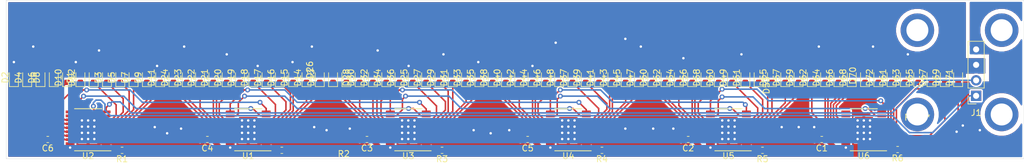
<source format=kicad_pcb>
(kicad_pcb (version 20171130) (host pcbnew "(5.1.4)-1")
  (layers (0 F.Cu signal) (31 B.Cu signal) (34 B.Paste user) (35 F.Paste user) (36 B.SilkS user hide) (37 F.SilkS user) (38 B.Mask user) (39 F.Mask user) (44 Edge.Cuts user))
  (net 0 "")
  (net 1 "Net-(D1-Pad1)")
  (net 2 "Net-(D2-Pad1)")
  (net 3 "Net-(D3-Pad1)")
  (net 4 "Net-(D4-Pad1)")
  (net 5 "Net-(D5-Pad1)")
  (net 6 "Net-(D6-Pad1)")
  (net 7 "Net-(D7-Pad1)")
  (net 8 "Net-(D8-Pad1)")
  (net 9 "Net-(D9-Pad1)")
  (net 10 "Net-(D10-Pad1)")
  (net 11 "Net-(D11-Pad1)")
  (net 12 "Net-(D12-Pad1)")
  (net 13 "Net-(D13-Pad1)")
  (net 14 "Net-(D14-Pad1)")
  (net 15 "Net-(D15-Pad1)")
  (net 16 "Net-(D16-Pad1)")
  (net 17 "Net-(D17-Pad1)")
  (net 18 "Net-(D18-Pad1)")
  (net 19 "Net-(D19-Pad1)")
  (net 20 "Net-(D20-Pad1)")
  (net 21 "Net-(D21-Pad1)")
  (net 22 "Net-(D22-Pad1)")
  (net 23 "Net-(D23-Pad1)")
  (net 24 "Net-(D24-Pad1)")
  (net 25 "Net-(D25-Pad1)")
  (net 26 "Net-(D26-Pad1)")
  (net 27 "Net-(D27-Pad1)")
  (net 28 "Net-(D28-Pad1)")
  (net 29 "Net-(D29-Pad1)")
  (net 30 "Net-(D30-Pad1)")
  (net 31 "Net-(D31-Pad1)")
  (net 32 "Net-(D32-Pad1)")
  (net 33 "Net-(D33-Pad1)")
  (net 34 "Net-(D34-Pad1)")
  (net 35 "Net-(D35-Pad1)")
  (net 36 "Net-(D36-Pad1)")
  (net 37 "Net-(D37-Pad1)")
  (net 38 "Net-(D38-Pad1)")
  (net 39 "Net-(D39-Pad1)")
  (net 40 "Net-(D40-Pad1)")
  (net 41 "Net-(D41-Pad1)")
  (net 42 "Net-(D42-Pad1)")
  (net 43 "Net-(D43-Pad1)")
  (net 44 "Net-(D44-Pad1)")
  (net 45 "Net-(D45-Pad1)")
  (net 46 "Net-(D46-Pad1)")
  (net 47 "Net-(D47-Pad1)")
  (net 48 "Net-(D48-Pad1)")
  (net 49 "Net-(D49-Pad1)")
  (net 50 "Net-(D50-Pad1)")
  (net 51 "Net-(D51-Pad1)")
  (net 52 "Net-(D52-Pad1)")
  (net 53 "Net-(D53-Pad1)")
  (net 54 "Net-(D54-Pad1)")
  (net 55 "Net-(D55-Pad1)")
  (net 56 "Net-(D56-Pad1)")
  (net 57 "Net-(D57-Pad1)")
  (net 58 "Net-(D58-Pad1)")
  (net 59 "Net-(D59-Pad1)")
  (net 60 "Net-(D60-Pad1)")
  (net 61 "Net-(D61-Pad1)")
  (net 62 "Net-(D62-Pad1)")
  (net 63 "Net-(D63-Pad1)")
  (net 64 "Net-(D64-Pad1)")
  (net 65 "Net-(D65-Pad1)")
  (net 66 "Net-(D66-Pad1)")
  (net 67 "Net-(D67-Pad1)")
  (net 68 "Net-(D68-Pad1)")
  (net 69 "Net-(D69-Pad1)")
  (net 70 "Net-(D70-Pad1)")
  (net 71 "Net-(D71-Pad1)")
  (net 72 "Net-(D72-Pad1)")
  (net 73 "Net-(J1-Pad1)")
  (net 74 "Net-(J1-Pad2)")
  (net 75 GND)
  (net 76 "Net-(R1-Pad2)")
  (net 77 "Net-(R2-Pad2)")
  (net 78 "Net-(R3-Pad2)")
  (net 79 "Net-(R4-Pad2)")
  (net 80 "Net-(R5-Pad2)")
  (net 81 "Net-(R6-Pad2)")
  (net 82 "Net-(U1-Pad9)")
  (net 83 "Net-(U1-Pad10)")
  (net 84 "Net-(U1-Pad11)")
  (net 85 "Net-(U1-Pad12)")
  (net 86 "Net-(U3-Pad11)")
  (net 87 "Net-(U3-Pad12)")
  (net 88 "Net-(U4-Pad12)")
  (net 89 "Net-(U4-Pad11)")
  (net 90 "Net-(U5-Pad12)")
  (net 91 "Net-(U5-Pad11)")
  (net 92 "Net-(U6-Pad11)")
  (net 93 "Net-(U6-Pad12)")
  (net 94 "Net-(C1-Pad1)")
  (module the:ETSSOP-20-1EP_4.4x6.5mm_P0.65mm_EP3x4.2mm_termal (layer F.Cu) (at 232.1687 59.365 180)
    (fp_text reference U6 (at 0 -4.3) (layer F.SilkS))
    (fp_text value tlc59711)
    (pad 21 thru_hole circle (at 1.016 1.524 180) (size 0.8 0.8) (drill 0.4) (layers *.Cu) (net 75 GND))
    (pad 21 thru_hole circle (at 0 1.524 180) (size 0.8 0.8) (drill 0.4) (layers *.Cu) (net 75 GND))
    (pad 21 thru_hole circle (at -1.016 1.524 180) (size 0.8 0.8) (drill 0.4) (layers *.Cu) (net 75 GND))
    (pad 21 thru_hole circle (at 1.016 0.508 180) (size 0.8 0.8) (drill 0.4) (layers *.Cu) (net 75 GND))
    (pad 21 thru_hole circle (at 0 0.508 180) (size 0.8 0.8) (drill 0.4) (layers *.Cu) (net 75 GND))
    (pad 21 thru_hole circle (at -1.016 0.508 180) (size 0.8 0.8) (drill 0.4) (layers *.Cu) (net 75 GND))
    (pad 21 thru_hole circle (at 1.016 -0.508 180) (size 0.8 0.8) (drill 0.4) (layers *.Cu) (net 75 GND))
    (pad 21 thru_hole circle (at 0 -0.508 180) (size 0.8 0.8) (drill 0.4) (layers *.Cu) (net 75 GND))
    (pad 21 thru_hole circle (at -1.016 -0.508 180) (size 0.8 0.8) (drill 0.4) (layers *.Cu) (net 75 GND))
    (pad 21 thru_hole circle (at 1.016 -1.524 180) (size 0.8 0.8) (drill 0.4) (layers *.Cu) (net 75 GND))
    (pad 21 thru_hole circle (at 0 -1.524 180) (size 0.8 0.8) (drill 0.4) (layers *.Cu) (net 75 GND))
    (pad 21 thru_hole circle (at -1.016 -1.524 180) (size 0.8 0.8) (drill 0.4) (layers *.Cu) (net 75 GND))
    (pad 21 smd rect (at 0 0 180) (size 3 4.2) (layers F.Cu F.Paste F.Mask) (net 75 GND))
    (pad 20 smd rect (at 2.95 -2.925 180) (size 1.45 0.45) (layers F.Cu F.Paste F.Mask) (net 94 "Net-(C1-Pad1)"))
    (pad 19 smd rect (at 2.95 -2.275 180) (size 1.45 0.45) (layers F.Cu F.Paste F.Mask) (net 94 "Net-(C1-Pad1)"))
    (pad 18 smd rect (at 2.95 -1.625 180) (size 1.45 0.45) (layers F.Cu F.Paste F.Mask) (net 62 "Net-(D62-Pad1)"))
    (pad 17 smd rect (at 2.95 -0.975 180) (size 1.45 0.45) (layers F.Cu F.Paste F.Mask) (net 64 "Net-(D64-Pad1)"))
    (pad 16 smd rect (at 2.95 -0.325 180) (size 1.45 0.45) (layers F.Cu F.Paste F.Mask) (net 66 "Net-(D66-Pad1)"))
    (pad 15 smd rect (at 2.95 0.325 180) (size 1.45 0.45) (layers F.Cu F.Paste F.Mask) (net 68 "Net-(D68-Pad1)"))
    (pad 14 smd rect (at 2.95 0.975 180) (size 1.45 0.45) (layers F.Cu F.Paste F.Mask) (net 70 "Net-(D70-Pad1)"))
    (pad 13 smd rect (at 2.95 1.625 180) (size 1.45 0.45) (layers F.Cu F.Paste F.Mask) (net 72 "Net-(D72-Pad1)"))
    (pad 12 smd rect (at 2.95 2.275 180) (size 1.45 0.45) (layers F.Cu F.Paste F.Mask) (net 93 "Net-(U6-Pad12)"))
    (pad 11 smd rect (at 2.95 2.925 180) (size 1.45 0.45) (layers F.Cu F.Paste F.Mask) (net 92 "Net-(U6-Pad11)"))
    (pad 10 smd rect (at -2.95 2.925 180) (size 1.45 0.45) (layers F.Cu F.Paste F.Mask) (net 91 "Net-(U5-Pad11)"))
    (pad 9 smd rect (at -2.95 2.275 180) (size 1.45 0.45) (layers F.Cu F.Paste F.Mask) (net 90 "Net-(U5-Pad12)"))
    (pad 8 smd rect (at -2.95 1.625 180) (size 1.45 0.45) (layers F.Cu F.Paste F.Mask) (net 61 "Net-(D61-Pad1)"))
    (pad 7 smd rect (at -2.95 0.975 180) (size 1.45 0.45) (layers F.Cu F.Paste F.Mask) (net 63 "Net-(D63-Pad1)"))
    (pad 6 smd rect (at -2.95 0.325 180) (size 1.45 0.45) (layers F.Cu F.Paste F.Mask) (net 65 "Net-(D65-Pad1)"))
    (pad 5 smd rect (at -2.95 -0.325 180) (size 1.45 0.45) (layers F.Cu F.Paste F.Mask) (net 67 "Net-(D67-Pad1)"))
    (pad 4 smd rect (at -2.95 -0.975 180) (size 1.45 0.45) (layers F.Cu F.Paste F.Mask) (net 69 "Net-(D69-Pad1)"))
    (pad 3 smd rect (at -2.95 -1.625 180) (size 1.45 0.45) (layers F.Cu F.Paste F.Mask) (net 71 "Net-(D71-Pad1)"))
    (pad 2 smd rect (at -2.95 -2.275 180) (size 1.45 0.45) (layers F.Cu F.Paste F.Mask) (net 75 GND))
    (pad 1 smd rect (at -2.95 -2.925 180) (size 1.45 0.45) (layers F.Cu F.Paste F.Mask) (net 81 "Net-(R6-Pad2)"))
  )
  (module the:ETSSOP-20-1EP_4.4x6.5mm_P0.65mm_EP3x4.2mm_termal (layer F.Cu) (at 209.954 59.365 180)
    (fp_text reference U5 (at 0 -4.3) (layer F.SilkS))
    (fp_text value tlc59711)
    (pad 21 thru_hole circle (at 1.016 1.524 180) (size 0.8 0.8) (drill 0.4) (layers *.Cu) (net 75 GND))
    (pad 21 thru_hole circle (at 0 1.524 180) (size 0.8 0.8) (drill 0.4) (layers *.Cu) (net 75 GND))
    (pad 21 thru_hole circle (at -1.016 1.524 180) (size 0.8 0.8) (drill 0.4) (layers *.Cu) (net 75 GND))
    (pad 21 thru_hole circle (at 1.016 0.508 180) (size 0.8 0.8) (drill 0.4) (layers *.Cu) (net 75 GND))
    (pad 21 thru_hole circle (at 0 0.508 180) (size 0.8 0.8) (drill 0.4) (layers *.Cu) (net 75 GND))
    (pad 21 thru_hole circle (at -1.016 0.508 180) (size 0.8 0.8) (drill 0.4) (layers *.Cu) (net 75 GND))
    (pad 21 thru_hole circle (at 1.016 -0.508 180) (size 0.8 0.8) (drill 0.4) (layers *.Cu) (net 75 GND))
    (pad 21 thru_hole circle (at 0 -0.508 180) (size 0.8 0.8) (drill 0.4) (layers *.Cu) (net 75 GND))
    (pad 21 thru_hole circle (at -1.016 -0.508 180) (size 0.8 0.8) (drill 0.4) (layers *.Cu) (net 75 GND))
    (pad 21 thru_hole circle (at 1.016 -1.524 180) (size 0.8 0.8) (drill 0.4) (layers *.Cu) (net 75 GND))
    (pad 21 thru_hole circle (at 0 -1.524 180) (size 0.8 0.8) (drill 0.4) (layers *.Cu) (net 75 GND))
    (pad 21 thru_hole circle (at -1.016 -1.524 180) (size 0.8 0.8) (drill 0.4) (layers *.Cu) (net 75 GND))
    (pad 21 smd rect (at 0 0 180) (size 3 4.2) (layers F.Cu F.Paste F.Mask) (net 75 GND))
    (pad 20 smd rect (at 2.95 -2.925 180) (size 1.45 0.45) (layers F.Cu F.Paste F.Mask) (net 94 "Net-(C1-Pad1)"))
    (pad 19 smd rect (at 2.95 -2.275 180) (size 1.45 0.45) (layers F.Cu F.Paste F.Mask) (net 94 "Net-(C1-Pad1)"))
    (pad 18 smd rect (at 2.95 -1.625 180) (size 1.45 0.45) (layers F.Cu F.Paste F.Mask) (net 50 "Net-(D50-Pad1)"))
    (pad 17 smd rect (at 2.95 -0.975 180) (size 1.45 0.45) (layers F.Cu F.Paste F.Mask) (net 52 "Net-(D52-Pad1)"))
    (pad 16 smd rect (at 2.95 -0.325 180) (size 1.45 0.45) (layers F.Cu F.Paste F.Mask) (net 54 "Net-(D54-Pad1)"))
    (pad 15 smd rect (at 2.95 0.325 180) (size 1.45 0.45) (layers F.Cu F.Paste F.Mask) (net 56 "Net-(D56-Pad1)"))
    (pad 14 smd rect (at 2.95 0.975 180) (size 1.45 0.45) (layers F.Cu F.Paste F.Mask) (net 58 "Net-(D58-Pad1)"))
    (pad 13 smd rect (at 2.95 1.625 180) (size 1.45 0.45) (layers F.Cu F.Paste F.Mask) (net 60 "Net-(D60-Pad1)"))
    (pad 12 smd rect (at 2.95 2.275 180) (size 1.45 0.45) (layers F.Cu F.Paste F.Mask) (net 90 "Net-(U5-Pad12)"))
    (pad 11 smd rect (at 2.95 2.925 180) (size 1.45 0.45) (layers F.Cu F.Paste F.Mask) (net 91 "Net-(U5-Pad11)"))
    (pad 10 smd rect (at -2.95 2.925 180) (size 1.45 0.45) (layers F.Cu F.Paste F.Mask) (net 89 "Net-(U4-Pad11)"))
    (pad 9 smd rect (at -2.95 2.275 180) (size 1.45 0.45) (layers F.Cu F.Paste F.Mask) (net 88 "Net-(U4-Pad12)"))
    (pad 8 smd rect (at -2.95 1.625 180) (size 1.45 0.45) (layers F.Cu F.Paste F.Mask) (net 49 "Net-(D49-Pad1)"))
    (pad 7 smd rect (at -2.95 0.975 180) (size 1.45 0.45) (layers F.Cu F.Paste F.Mask) (net 51 "Net-(D51-Pad1)"))
    (pad 6 smd rect (at -2.95 0.325 180) (size 1.45 0.45) (layers F.Cu F.Paste F.Mask) (net 53 "Net-(D53-Pad1)"))
    (pad 5 smd rect (at -2.95 -0.325 180) (size 1.45 0.45) (layers F.Cu F.Paste F.Mask) (net 55 "Net-(D55-Pad1)"))
    (pad 4 smd rect (at -2.95 -0.975 180) (size 1.45 0.45) (layers F.Cu F.Paste F.Mask) (net 57 "Net-(D57-Pad1)"))
    (pad 3 smd rect (at -2.95 -1.625 180) (size 1.45 0.45) (layers F.Cu F.Paste F.Mask) (net 59 "Net-(D59-Pad1)"))
    (pad 2 smd rect (at -2.95 -2.275 180) (size 1.45 0.45) (layers F.Cu F.Paste F.Mask) (net 75 GND))
    (pad 1 smd rect (at -2.95 -2.925 180) (size 1.45 0.45) (layers F.Cu F.Paste F.Mask) (net 80 "Net-(R5-Pad2)"))
  )
  (module the:ETSSOP-20-1EP_4.4x6.5mm_P0.65mm_EP3x4.2mm_termal (layer F.Cu) (at 183.688 59.365 180)
    (fp_text reference U4 (at 0 -4.3) (layer F.SilkS))
    (fp_text value tlc59711)
    (pad 21 thru_hole circle (at 1.016 1.524 180) (size 0.8 0.8) (drill 0.4) (layers *.Cu) (net 75 GND))
    (pad 21 thru_hole circle (at 0 1.524 180) (size 0.8 0.8) (drill 0.4) (layers *.Cu) (net 75 GND))
    (pad 21 thru_hole circle (at -1.016 1.524 180) (size 0.8 0.8) (drill 0.4) (layers *.Cu) (net 75 GND))
    (pad 21 thru_hole circle (at 1.016 0.508 180) (size 0.8 0.8) (drill 0.4) (layers *.Cu) (net 75 GND))
    (pad 21 thru_hole circle (at 0 0.508 180) (size 0.8 0.8) (drill 0.4) (layers *.Cu) (net 75 GND))
    (pad 21 thru_hole circle (at -1.016 0.508 180) (size 0.8 0.8) (drill 0.4) (layers *.Cu) (net 75 GND))
    (pad 21 thru_hole circle (at 1.016 -0.508 180) (size 0.8 0.8) (drill 0.4) (layers *.Cu) (net 75 GND))
    (pad 21 thru_hole circle (at 0 -0.508 180) (size 0.8 0.8) (drill 0.4) (layers *.Cu) (net 75 GND))
    (pad 21 thru_hole circle (at -1.016 -0.508 180) (size 0.8 0.8) (drill 0.4) (layers *.Cu) (net 75 GND))
    (pad 21 thru_hole circle (at 1.016 -1.524 180) (size 0.8 0.8) (drill 0.4) (layers *.Cu) (net 75 GND))
    (pad 21 thru_hole circle (at 0 -1.524 180) (size 0.8 0.8) (drill 0.4) (layers *.Cu) (net 75 GND))
    (pad 21 thru_hole circle (at -1.016 -1.524 180) (size 0.8 0.8) (drill 0.4) (layers *.Cu) (net 75 GND))
    (pad 21 smd rect (at 0 0 180) (size 3 4.2) (layers F.Cu F.Paste F.Mask) (net 75 GND))
    (pad 20 smd rect (at 2.95 -2.925 180) (size 1.45 0.45) (layers F.Cu F.Paste F.Mask) (net 94 "Net-(C1-Pad1)"))
    (pad 19 smd rect (at 2.95 -2.275 180) (size 1.45 0.45) (layers F.Cu F.Paste F.Mask) (net 94 "Net-(C1-Pad1)"))
    (pad 18 smd rect (at 2.95 -1.625 180) (size 1.45 0.45) (layers F.Cu F.Paste F.Mask) (net 38 "Net-(D38-Pad1)"))
    (pad 17 smd rect (at 2.95 -0.975 180) (size 1.45 0.45) (layers F.Cu F.Paste F.Mask) (net 40 "Net-(D40-Pad1)"))
    (pad 16 smd rect (at 2.95 -0.325 180) (size 1.45 0.45) (layers F.Cu F.Paste F.Mask) (net 42 "Net-(D42-Pad1)"))
    (pad 15 smd rect (at 2.95 0.325 180) (size 1.45 0.45) (layers F.Cu F.Paste F.Mask) (net 44 "Net-(D44-Pad1)"))
    (pad 14 smd rect (at 2.95 0.975 180) (size 1.45 0.45) (layers F.Cu F.Paste F.Mask) (net 46 "Net-(D46-Pad1)"))
    (pad 13 smd rect (at 2.95 1.625 180) (size 1.45 0.45) (layers F.Cu F.Paste F.Mask) (net 48 "Net-(D48-Pad1)"))
    (pad 12 smd rect (at 2.95 2.275 180) (size 1.45 0.45) (layers F.Cu F.Paste F.Mask) (net 88 "Net-(U4-Pad12)"))
    (pad 11 smd rect (at 2.95 2.925 180) (size 1.45 0.45) (layers F.Cu F.Paste F.Mask) (net 89 "Net-(U4-Pad11)"))
    (pad 10 smd rect (at -2.95 2.925 180) (size 1.45 0.45) (layers F.Cu F.Paste F.Mask) (net 86 "Net-(U3-Pad11)"))
    (pad 9 smd rect (at -2.95 2.275 180) (size 1.45 0.45) (layers F.Cu F.Paste F.Mask) (net 87 "Net-(U3-Pad12)"))
    (pad 8 smd rect (at -2.95 1.625 180) (size 1.45 0.45) (layers F.Cu F.Paste F.Mask) (net 37 "Net-(D37-Pad1)"))
    (pad 7 smd rect (at -2.95 0.975 180) (size 1.45 0.45) (layers F.Cu F.Paste F.Mask) (net 39 "Net-(D39-Pad1)"))
    (pad 6 smd rect (at -2.95 0.325 180) (size 1.45 0.45) (layers F.Cu F.Paste F.Mask) (net 41 "Net-(D41-Pad1)"))
    (pad 5 smd rect (at -2.95 -0.325 180) (size 1.45 0.45) (layers F.Cu F.Paste F.Mask) (net 43 "Net-(D43-Pad1)"))
    (pad 4 smd rect (at -2.95 -0.975 180) (size 1.45 0.45) (layers F.Cu F.Paste F.Mask) (net 45 "Net-(D45-Pad1)"))
    (pad 3 smd rect (at -2.95 -1.625 180) (size 1.45 0.45) (layers F.Cu F.Paste F.Mask) (net 47 "Net-(D47-Pad1)"))
    (pad 2 smd rect (at -2.95 -2.275 180) (size 1.45 0.45) (layers F.Cu F.Paste F.Mask) (net 75 GND))
    (pad 1 smd rect (at -2.95 -2.925 180) (size 1.45 0.45) (layers F.Cu F.Paste F.Mask) (net 79 "Net-(R4-Pad2)"))
  )
  (module the:ETSSOP-20-1EP_4.4x6.5mm_P0.65mm_EP3x4.2mm_termal (layer F.Cu) (at 157.422 59.365 180)
    (fp_text reference U3 (at 0 -4.3) (layer F.SilkS))
    (fp_text value tlc59711)
    (pad 21 thru_hole circle (at 1.016 1.524 180) (size 0.8 0.8) (drill 0.4) (layers *.Cu) (net 75 GND))
    (pad 21 thru_hole circle (at 0 1.524 180) (size 0.8 0.8) (drill 0.4) (layers *.Cu) (net 75 GND))
    (pad 21 thru_hole circle (at -1.016 1.524 180) (size 0.8 0.8) (drill 0.4) (layers *.Cu) (net 75 GND))
    (pad 21 thru_hole circle (at 1.016 0.508 180) (size 0.8 0.8) (drill 0.4) (layers *.Cu) (net 75 GND))
    (pad 21 thru_hole circle (at 0 0.508 180) (size 0.8 0.8) (drill 0.4) (layers *.Cu) (net 75 GND))
    (pad 21 thru_hole circle (at -1.016 0.508 180) (size 0.8 0.8) (drill 0.4) (layers *.Cu) (net 75 GND))
    (pad 21 thru_hole circle (at 1.016 -0.508 180) (size 0.8 0.8) (drill 0.4) (layers *.Cu) (net 75 GND))
    (pad 21 thru_hole circle (at 0 -0.508 180) (size 0.8 0.8) (drill 0.4) (layers *.Cu) (net 75 GND))
    (pad 21 thru_hole circle (at -1.016 -0.508 180) (size 0.8 0.8) (drill 0.4) (layers *.Cu) (net 75 GND))
    (pad 21 thru_hole circle (at 1.016 -1.524 180) (size 0.8 0.8) (drill 0.4) (layers *.Cu) (net 75 GND))
    (pad 21 thru_hole circle (at 0 -1.524 180) (size 0.8 0.8) (drill 0.4) (layers *.Cu) (net 75 GND))
    (pad 21 thru_hole circle (at -1.016 -1.524 180) (size 0.8 0.8) (drill 0.4) (layers *.Cu) (net 75 GND))
    (pad 21 smd rect (at 0 0 180) (size 3 4.2) (layers F.Cu F.Paste F.Mask) (net 75 GND))
    (pad 20 smd rect (at 2.95 -2.925 180) (size 1.45 0.45) (layers F.Cu F.Paste F.Mask) (net 94 "Net-(C1-Pad1)"))
    (pad 19 smd rect (at 2.95 -2.275 180) (size 1.45 0.45) (layers F.Cu F.Paste F.Mask) (net 94 "Net-(C1-Pad1)"))
    (pad 18 smd rect (at 2.95 -1.625 180) (size 1.45 0.45) (layers F.Cu F.Paste F.Mask) (net 26 "Net-(D26-Pad1)"))
    (pad 17 smd rect (at 2.95 -0.975 180) (size 1.45 0.45) (layers F.Cu F.Paste F.Mask) (net 28 "Net-(D28-Pad1)"))
    (pad 16 smd rect (at 2.95 -0.325 180) (size 1.45 0.45) (layers F.Cu F.Paste F.Mask) (net 30 "Net-(D30-Pad1)"))
    (pad 15 smd rect (at 2.95 0.325 180) (size 1.45 0.45) (layers F.Cu F.Paste F.Mask) (net 32 "Net-(D32-Pad1)"))
    (pad 14 smd rect (at 2.95 0.975 180) (size 1.45 0.45) (layers F.Cu F.Paste F.Mask) (net 34 "Net-(D34-Pad1)"))
    (pad 13 smd rect (at 2.95 1.625 180) (size 1.45 0.45) (layers F.Cu F.Paste F.Mask) (net 36 "Net-(D36-Pad1)"))
    (pad 12 smd rect (at 2.95 2.275 180) (size 1.45 0.45) (layers F.Cu F.Paste F.Mask) (net 87 "Net-(U3-Pad12)"))
    (pad 11 smd rect (at 2.95 2.925 180) (size 1.45 0.45) (layers F.Cu F.Paste F.Mask) (net 86 "Net-(U3-Pad11)"))
    (pad 10 smd rect (at -2.95 2.925 180) (size 1.45 0.45) (layers F.Cu F.Paste F.Mask) (net 84 "Net-(U1-Pad11)"))
    (pad 9 smd rect (at -2.95 2.275 180) (size 1.45 0.45) (layers F.Cu F.Paste F.Mask) (net 85 "Net-(U1-Pad12)"))
    (pad 8 smd rect (at -2.95 1.625 180) (size 1.45 0.45) (layers F.Cu F.Paste F.Mask) (net 25 "Net-(D25-Pad1)"))
    (pad 7 smd rect (at -2.95 0.975 180) (size 1.45 0.45) (layers F.Cu F.Paste F.Mask) (net 27 "Net-(D27-Pad1)"))
    (pad 6 smd rect (at -2.95 0.325 180) (size 1.45 0.45) (layers F.Cu F.Paste F.Mask) (net 29 "Net-(D29-Pad1)"))
    (pad 5 smd rect (at -2.95 -0.325 180) (size 1.45 0.45) (layers F.Cu F.Paste F.Mask) (net 31 "Net-(D31-Pad1)"))
    (pad 4 smd rect (at -2.95 -0.975 180) (size 1.45 0.45) (layers F.Cu F.Paste F.Mask) (net 33 "Net-(D33-Pad1)"))
    (pad 3 smd rect (at -2.95 -1.625 180) (size 1.45 0.45) (layers F.Cu F.Paste F.Mask) (net 35 "Net-(D35-Pad1)"))
    (pad 2 smd rect (at -2.95 -2.275 180) (size 1.45 0.45) (layers F.Cu F.Paste F.Mask) (net 75 GND))
    (pad 1 smd rect (at -2.95 -2.925 180) (size 1.45 0.45) (layers F.Cu F.Paste F.Mask) (net 78 "Net-(R3-Pad2)"))
  )
  (module the:ETSSOP-20-1EP_4.4x6.5mm_P0.65mm_EP3x4.2mm_termal (layer F.Cu) (at 104.89 59.365 180)
    (fp_text reference U2 (at 0 -4.3) (layer F.SilkS))
    (fp_text value tlc59711)
    (pad 21 thru_hole circle (at 1.016 1.524 180) (size 0.8 0.8) (drill 0.4) (layers *.Cu) (net 75 GND))
    (pad 21 thru_hole circle (at 0 1.524 180) (size 0.8 0.8) (drill 0.4) (layers *.Cu) (net 75 GND))
    (pad 21 thru_hole circle (at -1.016 1.524 180) (size 0.8 0.8) (drill 0.4) (layers *.Cu) (net 75 GND))
    (pad 21 thru_hole circle (at 1.016 0.508 180) (size 0.8 0.8) (drill 0.4) (layers *.Cu) (net 75 GND))
    (pad 21 thru_hole circle (at 0 0.508 180) (size 0.8 0.8) (drill 0.4) (layers *.Cu) (net 75 GND))
    (pad 21 thru_hole circle (at -1.016 0.508 180) (size 0.8 0.8) (drill 0.4) (layers *.Cu) (net 75 GND))
    (pad 21 thru_hole circle (at 1.016 -0.508 180) (size 0.8 0.8) (drill 0.4) (layers *.Cu) (net 75 GND))
    (pad 21 thru_hole circle (at 0 -0.508 180) (size 0.8 0.8) (drill 0.4) (layers *.Cu) (net 75 GND))
    (pad 21 thru_hole circle (at -1.016 -0.508 180) (size 0.8 0.8) (drill 0.4) (layers *.Cu) (net 75 GND))
    (pad 21 thru_hole circle (at 1.016 -1.524 180) (size 0.8 0.8) (drill 0.4) (layers *.Cu) (net 75 GND))
    (pad 21 thru_hole circle (at 0 -1.524 180) (size 0.8 0.8) (drill 0.4) (layers *.Cu) (net 75 GND))
    (pad 21 thru_hole circle (at -1.016 -1.524 180) (size 0.8 0.8) (drill 0.4) (layers *.Cu) (net 75 GND))
    (pad 21 smd rect (at 0 0 180) (size 3 4.2) (layers F.Cu F.Paste F.Mask) (net 75 GND))
    (pad 20 smd rect (at 2.95 -2.925 180) (size 1.45 0.45) (layers F.Cu F.Paste F.Mask) (net 94 "Net-(C1-Pad1)"))
    (pad 19 smd rect (at 2.95 -2.275 180) (size 1.45 0.45) (layers F.Cu F.Paste F.Mask) (net 94 "Net-(C1-Pad1)"))
    (pad 18 smd rect (at 2.95 -1.625 180) (size 1.45 0.45) (layers F.Cu F.Paste F.Mask) (net 2 "Net-(D2-Pad1)"))
    (pad 17 smd rect (at 2.95 -0.975 180) (size 1.45 0.45) (layers F.Cu F.Paste F.Mask) (net 4 "Net-(D4-Pad1)"))
    (pad 16 smd rect (at 2.95 -0.325 180) (size 1.45 0.45) (layers F.Cu F.Paste F.Mask) (net 6 "Net-(D6-Pad1)"))
    (pad 15 smd rect (at 2.95 0.325 180) (size 1.45 0.45) (layers F.Cu F.Paste F.Mask) (net 8 "Net-(D8-Pad1)"))
    (pad 14 smd rect (at 2.95 0.975 180) (size 1.45 0.45) (layers F.Cu F.Paste F.Mask) (net 10 "Net-(D10-Pad1)"))
    (pad 13 smd rect (at 2.95 1.625 180) (size 1.45 0.45) (layers F.Cu F.Paste F.Mask) (net 12 "Net-(D12-Pad1)"))
    (pad 12 smd rect (at 2.95 2.275 180) (size 1.45 0.45) (layers F.Cu F.Paste F.Mask) (net 82 "Net-(U1-Pad9)"))
    (pad 11 smd rect (at 2.95 2.925 180) (size 1.45 0.45) (layers F.Cu F.Paste F.Mask) (net 83 "Net-(U1-Pad10)"))
    (pad 10 smd rect (at -2.95 2.925 180) (size 1.45 0.45) (layers F.Cu F.Paste F.Mask) (net 74 "Net-(J1-Pad2)"))
    (pad 9 smd rect (at -2.95 2.275 180) (size 1.45 0.45) (layers F.Cu F.Paste F.Mask) (net 73 "Net-(J1-Pad1)"))
    (pad 8 smd rect (at -2.95 1.625 180) (size 1.45 0.45) (layers F.Cu F.Paste F.Mask) (net 1 "Net-(D1-Pad1)"))
    (pad 7 smd rect (at -2.95 0.975 180) (size 1.45 0.45) (layers F.Cu F.Paste F.Mask) (net 3 "Net-(D3-Pad1)"))
    (pad 6 smd rect (at -2.95 0.325 180) (size 1.45 0.45) (layers F.Cu F.Paste F.Mask) (net 5 "Net-(D5-Pad1)"))
    (pad 5 smd rect (at -2.95 -0.325 180) (size 1.45 0.45) (layers F.Cu F.Paste F.Mask) (net 7 "Net-(D7-Pad1)"))
    (pad 4 smd rect (at -2.95 -0.975 180) (size 1.45 0.45) (layers F.Cu F.Paste F.Mask) (net 9 "Net-(D9-Pad1)"))
    (pad 3 smd rect (at -2.95 -1.625 180) (size 1.45 0.45) (layers F.Cu F.Paste F.Mask) (net 11 "Net-(D11-Pad1)"))
    (pad 2 smd rect (at -2.95 -2.275 180) (size 1.45 0.45) (layers F.Cu F.Paste F.Mask) (net 75 GND))
    (pad 1 smd rect (at -2.95 -2.925 180) (size 1.45 0.45) (layers F.Cu F.Paste F.Mask) (net 76 "Net-(R1-Pad2)"))
  )
  (module the:ETSSOP-20-1EP_4.4x6.5mm_P0.65mm_EP3x4.2mm_termal (layer F.Cu) (at 131.156 59.365 180)
    (fp_text reference U1 (at 0 -4.3) (layer F.SilkS))
    (fp_text value tlc59711)
    (pad 21 thru_hole circle (at 1.016 1.524 180) (size 0.8 0.8) (drill 0.4) (layers *.Cu) (net 75 GND))
    (pad 21 thru_hole circle (at 0 1.524 180) (size 0.8 0.8) (drill 0.4) (layers *.Cu) (net 75 GND))
    (pad 21 thru_hole circle (at -1.016 1.524 180) (size 0.8 0.8) (drill 0.4) (layers *.Cu) (net 75 GND))
    (pad 21 thru_hole circle (at 1.016 0.508 180) (size 0.8 0.8) (drill 0.4) (layers *.Cu) (net 75 GND))
    (pad 21 thru_hole circle (at 0 0.508 180) (size 0.8 0.8) (drill 0.4) (layers *.Cu) (net 75 GND))
    (pad 21 thru_hole circle (at -1.016 0.508 180) (size 0.8 0.8) (drill 0.4) (layers *.Cu) (net 75 GND))
    (pad 21 thru_hole circle (at 1.016 -0.508 180) (size 0.8 0.8) (drill 0.4) (layers *.Cu) (net 75 GND))
    (pad 21 thru_hole circle (at 0 -0.508 180) (size 0.8 0.8) (drill 0.4) (layers *.Cu) (net 75 GND))
    (pad 21 thru_hole circle (at -1.016 -0.508 180) (size 0.8 0.8) (drill 0.4) (layers *.Cu) (net 75 GND))
    (pad 21 thru_hole circle (at 1.016 -1.524 180) (size 0.8 0.8) (drill 0.4) (layers *.Cu) (net 75 GND))
    (pad 21 thru_hole circle (at 0 -1.524 180) (size 0.8 0.8) (drill 0.4) (layers *.Cu) (net 75 GND))
    (pad 21 thru_hole circle (at -1.016 -1.524 180) (size 0.8 0.8) (drill 0.4) (layers *.Cu) (net 75 GND))
    (pad 21 smd rect (at 0 0 180) (size 3 4.2) (layers F.Cu F.Paste F.Mask) (net 75 GND))
    (pad 20 smd rect (at 2.95 -2.925 180) (size 1.45 0.45) (layers F.Cu F.Paste F.Mask) (net 94 "Net-(C1-Pad1)"))
    (pad 19 smd rect (at 2.95 -2.275 180) (size 1.45 0.45) (layers F.Cu F.Paste F.Mask) (net 94 "Net-(C1-Pad1)"))
    (pad 18 smd rect (at 2.95 -1.625 180) (size 1.45 0.45) (layers F.Cu F.Paste F.Mask) (net 24 "Net-(D24-Pad1)"))
    (pad 17 smd rect (at 2.95 -0.975 180) (size 1.45 0.45) (layers F.Cu F.Paste F.Mask) (net 23 "Net-(D23-Pad1)"))
    (pad 16 smd rect (at 2.95 -0.325 180) (size 1.45 0.45) (layers F.Cu F.Paste F.Mask) (net 22 "Net-(D22-Pad1)"))
    (pad 15 smd rect (at 2.95 0.325 180) (size 1.45 0.45) (layers F.Cu F.Paste F.Mask) (net 21 "Net-(D21-Pad1)"))
    (pad 14 smd rect (at 2.95 0.975 180) (size 1.45 0.45) (layers F.Cu F.Paste F.Mask) (net 20 "Net-(D20-Pad1)"))
    (pad 13 smd rect (at 2.95 1.625 180) (size 1.45 0.45) (layers F.Cu F.Paste F.Mask) (net 19 "Net-(D19-Pad1)"))
    (pad 12 smd rect (at 2.95 2.275 180) (size 1.45 0.45) (layers F.Cu F.Paste F.Mask) (net 85 "Net-(U1-Pad12)"))
    (pad 11 smd rect (at 2.95 2.925 180) (size 1.45 0.45) (layers F.Cu F.Paste F.Mask) (net 84 "Net-(U1-Pad11)"))
    (pad 10 smd rect (at -2.95 2.925 180) (size 1.45 0.45) (layers F.Cu F.Paste F.Mask) (net 83 "Net-(U1-Pad10)"))
    (pad 9 smd rect (at -2.95 2.275 180) (size 1.45 0.45) (layers F.Cu F.Paste F.Mask) (net 82 "Net-(U1-Pad9)"))
    (pad 8 smd rect (at -2.95 1.625 180) (size 1.45 0.45) (layers F.Cu F.Paste F.Mask) (net 18 "Net-(D18-Pad1)"))
    (pad 7 smd rect (at -2.95 0.975 180) (size 1.45 0.45) (layers F.Cu F.Paste F.Mask) (net 17 "Net-(D17-Pad1)"))
    (pad 6 smd rect (at -2.95 0.325 180) (size 1.45 0.45) (layers F.Cu F.Paste F.Mask) (net 16 "Net-(D16-Pad1)"))
    (pad 5 smd rect (at -2.95 -0.325 180) (size 1.45 0.45) (layers F.Cu F.Paste F.Mask) (net 15 "Net-(D15-Pad1)"))
    (pad 4 smd rect (at -2.95 -0.975 180) (size 1.45 0.45) (layers F.Cu F.Paste F.Mask) (net 14 "Net-(D14-Pad1)"))
    (pad 3 smd rect (at -2.95 -1.625 180) (size 1.45 0.45) (layers F.Cu F.Paste F.Mask) (net 13 "Net-(D13-Pad1)"))
    (pad 2 smd rect (at -2.95 -2.275 180) (size 1.45 0.45) (layers F.Cu F.Paste F.Mask) (net 75 GND))
    (pad 1 smd rect (at -2.95 -2.925 180) (size 1.45 0.45) (layers F.Cu F.Paste F.Mask) (net 77 "Net-(R2-Pad2)"))
  )
  (module LED_SMD:LED_0603_1608Metric (layer F.Cu) (at 214.916168 50.8 90)
    (fp_text reference D53 (at -1.27 1.27 90) (layer F.SilkS))
    (fp_text value LED)
    (pad 2 smd roundrect (at 0.7875 0 90) (size 0.875 0.95) (layers F.Cu F.Paste F.Mask) (net 94 "Net-(C1-Pad1)"))
    (pad 1 smd roundrect (at -0.7875 0 90) (size 0.875 0.95) (layers F.Cu F.Paste F.Mask) (net 53 "Net-(D53-Pad1)"))
  )
  (module Capacitor_SMD:C_0603_1608Metric (layer F.Cu) (at 98.2725 60.96 180)
    (fp_text reference C6 (at 0 -1.43) (layer F.SilkS))
    (fp_text value C)
    (pad 2 smd roundrect (at 0.7875 0 180) (size 0.875 0.95) (layers F.Cu F.Paste F.Mask) (net 75 GND))
    (pad 1 smd roundrect (at -0.7875 0 180) (size 0.875 0.95) (layers F.Cu F.Paste F.Mask) (net 94 "Net-(C1-Pad1)"))
  )
  (module Capacitor_SMD:C_0603_1608Metric (layer F.Cu) (at 177.0125 60.96 180)
    (fp_text reference C5 (at 0 -1.43) (layer F.SilkS))
    (fp_text value C)
    (pad 2 smd roundrect (at 0.7875 0 180) (size 0.875 0.95) (layers F.Cu F.Paste F.Mask) (net 75 GND))
    (pad 1 smd roundrect (at -0.7875 0 180) (size 0.875 0.95) (layers F.Cu F.Paste F.Mask) (net 94 "Net-(C1-Pad1)"))
  )
  (module Capacitor_SMD:C_0603_1608Metric (layer F.Cu) (at 124.46 60.96 180)
    (fp_text reference C4 (at 0 -1.43) (layer F.SilkS))
    (fp_text value C)
    (pad 2 smd roundrect (at 0.7875 0 180) (size 0.875 0.95) (layers F.Cu F.Paste F.Mask) (net 75 GND))
    (pad 1 smd roundrect (at -0.7875 0 180) (size 0.875 0.95) (layers F.Cu F.Paste F.Mask) (net 94 "Net-(C1-Pad1)"))
  )
  (module Capacitor_SMD:C_0603_1608Metric (layer F.Cu) (at 150.6475 60.96 180)
    (fp_text reference C3 (at 0 -1.43) (layer F.SilkS))
    (fp_text value C)
    (pad 2 smd roundrect (at 0.7875 0 180) (size 0.875 0.95) (layers F.Cu F.Paste F.Mask) (net 75 GND))
    (pad 1 smd roundrect (at -0.7875 0 180) (size 0.875 0.95) (layers F.Cu F.Paste F.Mask) (net 94 "Net-(C1-Pad1)"))
  )
  (module Capacitor_SMD:C_0603_1608Metric (layer F.Cu) (at 203.3525 60.96 180)
    (fp_text reference C2 (at 0 -1.43) (layer F.SilkS))
    (fp_text value C)
    (pad 2 smd roundrect (at 0.7875 0 180) (size 0.875 0.95) (layers F.Cu F.Paste F.Mask) (net 75 GND))
    (pad 1 smd roundrect (at -0.7875 0 180) (size 0.875 0.95) (layers F.Cu F.Paste F.Mask) (net 94 "Net-(C1-Pad1)"))
  )
  (module Capacitor_SMD:C_0603_1608Metric (layer F.Cu) (at 225.2725 60.96 180)
    (fp_text reference C1 (at 0 -1.43) (layer F.SilkS))
    (fp_text value C)
    (pad 2 smd roundrect (at 0.7875 0 180) (size 0.875 0.95) (layers F.Cu F.Paste F.Mask) (net 75 GND))
    (pad 1 smd roundrect (at -0.7875 0 180) (size 0.875 0.95) (layers F.Cu F.Paste F.Mask) (net 94 "Net-(C1-Pad1)"))
  )
  (module hole:holes (layer F.Cu) (at 240.9571 56.8579)
    (fp_text reference REF** (at 0 0.5) (layer F.SilkS))
    (fp_text value holes)
    (pad "" thru_hole circle (at 13.8303 -13.8303) (size 5.5 5.5) (drill 3.6) (layers *.Cu *.Mask) (clearance 0.75))
    (pad "" thru_hole circle (at 0 -13.8303 90) (size 5.5 5.5) (drill 3.6) (layers *.Cu *.Mask) (clearance 0.75))
    (pad "" thru_hole circle (at 0 0) (size 5.5 5.5) (drill 3.6) (layers *.Cu *.Mask) (clearance 0.75))
    (pad "" thru_hole circle (at 13.8303 0) (size 5.5 5.5) (drill 3.6) (layers *.Cu *.Mask) (clearance 0.75))
  )
  (module Connector_PinSocket_2.54mm:PinSocket_1x04_P2.54mm_Vertical (layer F.Cu) (at 250.5964 53.7972 180)
    (fp_text reference J1 (at 0 -2.77) (layer F.SilkS))
    (fp_text value Conn_01x04_Male)
    (pad 1 thru_hole rect (at 0 0 180) (size 1.7 1.7) (drill 1) (layers *.Cu *.Mask) (net 73 "Net-(J1-Pad1)"))
    (pad 2 thru_hole oval (at 0 2.54 180) (size 1.7 1.7) (drill 1) (layers *.Cu *.Mask) (net 74 "Net-(J1-Pad2)"))
    (pad 3 thru_hole oval (at 0 5.08 180) (size 1.7 1.7) (drill 1) (layers *.Cu *.Mask) (net 94 "Net-(C1-Pad1)"))
    (pad 4 thru_hole oval (at 0 7.62 180) (size 1.7 1.7) (drill 1) (layers *.Cu *.Mask) (net 75 GND))
  )
  (module Resistor_SMD:R_0603_1608Metric (layer F.Cu) (at 237.7187 62.611 180)
    (fp_text reference R6 (at 0 -1.43) (layer F.SilkS))
    (fp_text value 3.3k)
    (pad 2 smd roundrect (at 0.7875 0 180) (size 0.875 0.95) (layers F.Cu F.Paste F.Mask) (net 81 "Net-(R6-Pad2)"))
    (pad 1 smd roundrect (at -0.7875 0 180) (size 0.875 0.95) (layers F.Cu F.Paste F.Mask) (net 75 GND))
  )
  (module LED_SMD:LED_0603_1608Metric (layer F.Cu) (at 105.803518 50.8 90)
    (fp_text reference D1 (at 0 -3.81 90) (layer F.SilkS))
    (fp_text value LED)
    (pad 2 smd roundrect (at 0.7875 0 90) (size 0.875 0.95) (layers F.Cu F.Paste F.Mask) (net 94 "Net-(C1-Pad1)"))
    (pad 1 smd roundrect (at -0.7875 0 90) (size 0.875 0.95) (layers F.Cu F.Paste F.Mask) (net 1 "Net-(D1-Pad1)"))
  )
  (module LED_SMD:LED_0603_1608Metric (layer F.Cu) (at 92.71 50.8 90)
    (fp_text reference D2 (at 0 -1.43 90) (layer F.SilkS))
    (fp_text value LED)
    (pad 1 smd roundrect (at -0.7875 0 90) (size 0.875 0.95) (layers F.Cu F.Paste F.Mask) (net 2 "Net-(D2-Pad1)"))
    (pad 2 smd roundrect (at 0.7875 0 90) (size 0.875 0.95) (layers F.Cu F.Paste F.Mask) (net 94 "Net-(C1-Pad1)"))
  )
  (module LED_SMD:LED_0603_1608Metric (layer F.Cu) (at 107.985771 50.8 90)
    (fp_text reference D3 (at 0 -1.43 90) (layer F.SilkS))
    (fp_text value LED)
    (pad 1 smd roundrect (at -0.7875 0 90) (size 0.875 0.95) (layers F.Cu F.Paste F.Mask) (net 3 "Net-(D3-Pad1)"))
    (pad 2 smd roundrect (at 0.7875 0 90) (size 0.875 0.95) (layers F.Cu F.Paste F.Mask) (net 94 "Net-(C1-Pad1)"))
  )
  (module LED_SMD:LED_0603_1608Metric (layer F.Cu) (at 94.892253 50.8 90)
    (fp_text reference D4 (at 0 -1.43 90) (layer F.SilkS))
    (fp_text value LED)
    (pad 2 smd roundrect (at 0.7875 0 90) (size 0.875 0.95) (layers F.Cu F.Paste F.Mask) (net 94 "Net-(C1-Pad1)"))
    (pad 1 smd roundrect (at -0.7875 0 90) (size 0.875 0.95) (layers F.Cu F.Paste F.Mask) (net 4 "Net-(D4-Pad1)"))
  )
  (module LED_SMD:LED_0603_1608Metric (layer F.Cu) (at 110.168024 50.8 90)
    (fp_text reference D5 (at 0 -1.43 90) (layer F.SilkS))
    (fp_text value LED)
    (pad 2 smd roundrect (at 0.7875 0 90) (size 0.875 0.95) (layers F.Cu F.Paste F.Mask) (net 94 "Net-(C1-Pad1)"))
    (pad 1 smd roundrect (at -0.7875 0 90) (size 0.875 0.95) (layers F.Cu F.Paste F.Mask) (net 5 "Net-(D5-Pad1)"))
  )
  (module LED_SMD:LED_0603_1608Metric (layer F.Cu) (at 97.074506 50.8 90)
    (fp_text reference D6 (at 0 -1.43 90) (layer F.SilkS))
    (fp_text value LED)
    (pad 1 smd roundrect (at -0.7875 0 90) (size 0.875 0.95) (layers F.Cu F.Paste F.Mask) (net 6 "Net-(D6-Pad1)"))
    (pad 2 smd roundrect (at 0.7875 0 90) (size 0.875 0.95) (layers F.Cu F.Paste F.Mask) (net 94 "Net-(C1-Pad1)"))
  )
  (module LED_SMD:LED_0603_1608Metric (layer F.Cu) (at 112.350277 50.8 90)
    (fp_text reference D7 (at 0 -1.43 90) (layer F.SilkS))
    (fp_text value LED)
    (pad 1 smd roundrect (at -0.7875 0 90) (size 0.875 0.95) (layers F.Cu F.Paste F.Mask) (net 7 "Net-(D7-Pad1)"))
    (pad 2 smd roundrect (at 0.7875 0 90) (size 0.875 0.95) (layers F.Cu F.Paste F.Mask) (net 94 "Net-(C1-Pad1)"))
  )
  (module LED_SMD:LED_0603_1608Metric (layer F.Cu) (at 99.256759 50.8 90)
    (fp_text reference D8 (at 0 -2.815104 90) (layer F.SilkS))
    (fp_text value LED)
    (pad 2 smd roundrect (at 0.7875 0 90) (size 0.875 0.95) (layers F.Cu F.Paste F.Mask) (net 94 "Net-(C1-Pad1)"))
    (pad 1 smd roundrect (at -0.7875 0 90) (size 0.875 0.95) (layers F.Cu F.Paste F.Mask) (net 8 "Net-(D8-Pad1)"))
  )
  (module LED_SMD:LED_0603_1608Metric (layer F.Cu) (at 114.53253 50.8 90)
    (fp_text reference D9 (at 0 -1.43 90) (layer F.SilkS))
    (fp_text value LED)
    (pad 1 smd roundrect (at -0.7875 0 90) (size 0.875 0.95) (layers F.Cu F.Paste F.Mask) (net 9 "Net-(D9-Pad1)"))
    (pad 2 smd roundrect (at 0.7875 0 90) (size 0.875 0.95) (layers F.Cu F.Paste F.Mask) (net 94 "Net-(C1-Pad1)"))
  )
  (module LED_SMD:LED_0603_1608Metric (layer F.Cu) (at 101.439012 50.8 90)
    (fp_text reference D10 (at 0 -1.43 90) (layer F.SilkS))
    (fp_text value LED)
    (pad 2 smd roundrect (at 0.7875 0 90) (size 0.875 0.95) (layers F.Cu F.Paste F.Mask) (net 94 "Net-(C1-Pad1)"))
    (pad 1 smd roundrect (at -0.7875 0 90) (size 0.875 0.95) (layers F.Cu F.Paste F.Mask) (net 10 "Net-(D10-Pad1)"))
  )
  (module LED_SMD:LED_0603_1608Metric (layer F.Cu) (at 116.714783 50.8 90)
    (fp_text reference D11 (at 0 -1.43 90) (layer F.SilkS))
    (fp_text value LED)
    (pad 1 smd roundrect (at -0.7875 0 90) (size 0.875 0.95) (layers F.Cu F.Paste F.Mask) (net 11 "Net-(D11-Pad1)"))
    (pad 2 smd roundrect (at 0.7875 0 90) (size 0.875 0.95) (layers F.Cu F.Paste F.Mask) (net 94 "Net-(C1-Pad1)"))
  )
  (module LED_SMD:LED_0603_1608Metric (layer F.Cu) (at 103.621265 50.8 90)
    (fp_text reference D12 (at 0 -1.43 90) (layer F.SilkS))
    (fp_text value LED)
    (pad 2 smd roundrect (at 0.7875 0 90) (size 0.875 0.95) (layers F.Cu F.Paste F.Mask) (net 94 "Net-(C1-Pad1)"))
    (pad 1 smd roundrect (at -0.7875 0 90) (size 0.875 0.95) (layers F.Cu F.Paste F.Mask) (net 12 "Net-(D12-Pad1)"))
  )
  (module LED_SMD:LED_0603_1608Metric (layer F.Cu) (at 142.901819 50.8 90)
    (fp_text reference D13 (at 0 -1.43 90) (layer F.SilkS))
    (fp_text value LED)
    (pad 2 smd roundrect (at 0.7875 0 90) (size 0.875 0.95) (layers F.Cu F.Paste F.Mask) (net 94 "Net-(C1-Pad1)"))
    (pad 1 smd roundrect (at -0.7875 0 90) (size 0.875 0.95) (layers F.Cu F.Paste F.Mask) (net 13 "Net-(D13-Pad1)"))
  )
  (module LED_SMD:LED_0603_1608Metric (layer F.Cu) (at 140.719566 50.8 90)
    (fp_text reference D14 (at 0 -1.43 90) (layer F.SilkS))
    (fp_text value LED)
    (pad 1 smd roundrect (at -0.7875 0 90) (size 0.875 0.95) (layers F.Cu F.Paste F.Mask) (net 14 "Net-(D14-Pad1)"))
    (pad 2 smd roundrect (at 0.7875 0 90) (size 0.875 0.95) (layers F.Cu F.Paste F.Mask) (net 94 "Net-(C1-Pad1)"))
  )
  (module LED_SMD:LED_0603_1608Metric (layer F.Cu) (at 138.537313 50.8 90)
    (fp_text reference D15 (at 0 -1.43 90) (layer F.SilkS))
    (fp_text value LED)
    (pad 2 smd roundrect (at 0.7875 0 90) (size 0.875 0.95) (layers F.Cu F.Paste F.Mask) (net 94 "Net-(C1-Pad1)"))
    (pad 1 smd roundrect (at -0.7875 0 90) (size 0.875 0.95) (layers F.Cu F.Paste F.Mask) (net 15 "Net-(D15-Pad1)"))
  )
  (module LED_SMD:LED_0603_1608Metric (layer F.Cu) (at 136.35506 50.8 90)
    (fp_text reference D16 (at 0 -1.43 90) (layer F.SilkS))
    (fp_text value LED)
    (pad 1 smd roundrect (at -0.7875 0 90) (size 0.875 0.95) (layers F.Cu F.Paste F.Mask) (net 16 "Net-(D16-Pad1)"))
    (pad 2 smd roundrect (at 0.7875 0 90) (size 0.875 0.95) (layers F.Cu F.Paste F.Mask) (net 94 "Net-(C1-Pad1)"))
  )
  (module LED_SMD:LED_0603_1608Metric (layer F.Cu) (at 134.172807 50.8 90)
    (fp_text reference D17 (at 0 -1.43 90) (layer F.SilkS))
    (fp_text value LED)
    (pad 2 smd roundrect (at 0.7875 0 90) (size 0.875 0.95) (layers F.Cu F.Paste F.Mask) (net 94 "Net-(C1-Pad1)"))
    (pad 1 smd roundrect (at -0.7875 0 90) (size 0.875 0.95) (layers F.Cu F.Paste F.Mask) (net 17 "Net-(D17-Pad1)"))
  )
  (module LED_SMD:LED_0603_1608Metric (layer F.Cu) (at 131.990554 50.8 90)
    (fp_text reference D18 (at 0 -1.43 90) (layer F.SilkS))
    (fp_text value LED)
    (pad 1 smd roundrect (at -0.7875 0 90) (size 0.875 0.95) (layers F.Cu F.Paste F.Mask) (net 18 "Net-(D18-Pad1)"))
    (pad 2 smd roundrect (at 0.7875 0 90) (size 0.875 0.95) (layers F.Cu F.Paste F.Mask) (net 94 "Net-(C1-Pad1)"))
  )
  (module LED_SMD:LED_0603_1608Metric (layer F.Cu) (at 129.808301 50.8 90)
    (fp_text reference D19 (at 0 -1.43 90) (layer F.SilkS))
    (fp_text value LED)
    (pad 1 smd roundrect (at -0.7875 0 90) (size 0.875 0.95) (layers F.Cu F.Paste F.Mask) (net 19 "Net-(D19-Pad1)"))
    (pad 2 smd roundrect (at 0.7875 0 90) (size 0.875 0.95) (layers F.Cu F.Paste F.Mask) (net 94 "Net-(C1-Pad1)"))
  )
  (module LED_SMD:LED_0603_1608Metric (layer F.Cu) (at 127.626048 50.8 90)
    (fp_text reference D20 (at 0 -1.43 90) (layer F.SilkS))
    (fp_text value LED)
    (pad 2 smd roundrect (at 0.7875 0 90) (size 0.875 0.95) (layers F.Cu F.Paste F.Mask) (net 94 "Net-(C1-Pad1)"))
    (pad 1 smd roundrect (at -0.7875 0 90) (size 0.875 0.95) (layers F.Cu F.Paste F.Mask) (net 20 "Net-(D20-Pad1)"))
  )
  (module LED_SMD:LED_0603_1608Metric (layer F.Cu) (at 125.443795 50.8 90)
    (fp_text reference D21 (at 0 -1.43 90) (layer F.SilkS))
    (fp_text value LED)
    (pad 1 smd roundrect (at -0.7875 0 90) (size 0.875 0.95) (layers F.Cu F.Paste F.Mask) (net 21 "Net-(D21-Pad1)"))
    (pad 2 smd roundrect (at 0.7875 0 90) (size 0.875 0.95) (layers F.Cu F.Paste F.Mask) (net 94 "Net-(C1-Pad1)"))
  )
  (module LED_SMD:LED_0603_1608Metric (layer F.Cu) (at 123.261542 50.8 90)
    (fp_text reference D22 (at 0 -1.43 90) (layer F.SilkS))
    (fp_text value LED)
    (pad 2 smd roundrect (at 0.7875 0 90) (size 0.875 0.95) (layers F.Cu F.Paste F.Mask) (net 94 "Net-(C1-Pad1)"))
    (pad 1 smd roundrect (at -0.7875 0 90) (size 0.875 0.95) (layers F.Cu F.Paste F.Mask) (net 22 "Net-(D22-Pad1)"))
  )
  (module LED_SMD:LED_0603_1608Metric (layer F.Cu) (at 121.079289 50.8 90)
    (fp_text reference D23 (at 0 -1.43 90) (layer F.SilkS))
    (fp_text value LED)
    (pad 1 smd roundrect (at -0.7875 0 90) (size 0.875 0.95) (layers F.Cu F.Paste F.Mask) (net 23 "Net-(D23-Pad1)"))
    (pad 2 smd roundrect (at 0.7875 0 90) (size 0.875 0.95) (layers F.Cu F.Paste F.Mask) (net 94 "Net-(C1-Pad1)"))
  )
  (module LED_SMD:LED_0603_1608Metric (layer F.Cu) (at 118.897036 50.8 90)
    (fp_text reference D24 (at 0 -1.43 90) (layer F.SilkS))
    (fp_text value LED)
    (pad 2 smd roundrect (at 0.7875 0 90) (size 0.875 0.95) (layers F.Cu F.Paste F.Mask) (net 94 "Net-(C1-Pad1)"))
    (pad 1 smd roundrect (at -0.7875 0 90) (size 0.875 0.95) (layers F.Cu F.Paste F.Mask) (net 24 "Net-(D24-Pad1)"))
  )
  (module LED_SMD:LED_0603_1608Metric (layer F.Cu) (at 158.17759 50.8 90)
    (fp_text reference D25 (at 0 -1.43 90) (layer F.SilkS))
    (fp_text value LED)
    (pad 1 smd roundrect (at -0.7875 0 90) (size 0.875 0.95) (layers F.Cu F.Paste F.Mask) (net 25 "Net-(D25-Pad1)"))
    (pad 2 smd roundrect (at 0.7875 0 90) (size 0.875 0.95) (layers F.Cu F.Paste F.Mask) (net 94 "Net-(C1-Pad1)"))
  )
  (module LED_SMD:LED_0603_1608Metric (layer F.Cu) (at 145.084072 50.8 90)
    (fp_text reference D26 (at 1.27 -3.81 90) (layer F.SilkS))
    (fp_text value LED)
    (pad 2 smd roundrect (at 0.7875 0 90) (size 0.875 0.95) (layers F.Cu F.Paste F.Mask) (net 94 "Net-(C1-Pad1)"))
    (pad 1 smd roundrect (at -0.7875 0 90) (size 0.875 0.95) (layers F.Cu F.Paste F.Mask) (net 26 "Net-(D26-Pad1)"))
  )
  (module LED_SMD:LED_0603_1608Metric (layer F.Cu) (at 160.359843 50.8 90)
    (fp_text reference D27 (at 0 -1.43 90) (layer F.SilkS))
    (fp_text value LED)
    (pad 2 smd roundrect (at 0.7875 0 90) (size 0.875 0.95) (layers F.Cu F.Paste F.Mask) (net 94 "Net-(C1-Pad1)"))
    (pad 1 smd roundrect (at -0.7875 0 90) (size 0.875 0.95) (layers F.Cu F.Paste F.Mask) (net 27 "Net-(D27-Pad1)"))
  )
  (module LED_SMD:LED_0603_1608Metric (layer F.Cu) (at 147.266325 50.8 90)
    (fp_text reference D28 (at 0 0 90) (layer F.SilkS))
    (fp_text value LED)
    (pad 1 smd roundrect (at -0.7875 0 90) (size 0.875 0.95) (layers F.Cu F.Paste F.Mask) (net 28 "Net-(D28-Pad1)"))
    (pad 2 smd roundrect (at 0.7875 0 90) (size 0.875 0.95) (layers F.Cu F.Paste F.Mask) (net 94 "Net-(C1-Pad1)"))
  )
  (module LED_SMD:LED_0603_1608Metric (layer F.Cu) (at 162.542096 50.8 90)
    (fp_text reference D29 (at 0 -1.43 90) (layer F.SilkS))
    (fp_text value LED)
    (pad 1 smd roundrect (at -0.7875 0 90) (size 0.875 0.95) (layers F.Cu F.Paste F.Mask) (net 29 "Net-(D29-Pad1)"))
    (pad 2 smd roundrect (at 0.7875 0 90) (size 0.875 0.95) (layers F.Cu F.Paste F.Mask) (net 94 "Net-(C1-Pad1)"))
  )
  (module LED_SMD:LED_0603_1608Metric (layer F.Cu) (at 149.448578 50.8 90)
    (fp_text reference D30 (at 0 -1.43 90) (layer F.SilkS))
    (fp_text value LED)
    (pad 2 smd roundrect (at 0.7875 0 90) (size 0.875 0.95) (layers F.Cu F.Paste F.Mask) (net 94 "Net-(C1-Pad1)"))
    (pad 1 smd roundrect (at -0.7875 0 90) (size 0.875 0.95) (layers F.Cu F.Paste F.Mask) (net 30 "Net-(D30-Pad1)"))
  )
  (module LED_SMD:LED_0603_1608Metric (layer F.Cu) (at 164.724349 50.8 90)
    (fp_text reference D31 (at 0 -1.43 90) (layer F.SilkS))
    (fp_text value LED)
    (pad 2 smd roundrect (at 0.7875 0 90) (size 0.875 0.95) (layers F.Cu F.Paste F.Mask) (net 94 "Net-(C1-Pad1)"))
    (pad 1 smd roundrect (at -0.7875 0 90) (size 0.875 0.95) (layers F.Cu F.Paste F.Mask) (net 31 "Net-(D31-Pad1)"))
  )
  (module LED_SMD:LED_0603_1608Metric (layer F.Cu) (at 151.630831 50.8 90)
    (fp_text reference D32 (at 0 -1.43 90) (layer F.SilkS))
    (fp_text value LED)
    (pad 1 smd roundrect (at -0.7875 0 90) (size 0.875 0.95) (layers F.Cu F.Paste F.Mask) (net 32 "Net-(D32-Pad1)"))
    (pad 2 smd roundrect (at 0.7875 0 90) (size 0.875 0.95) (layers F.Cu F.Paste F.Mask) (net 94 "Net-(C1-Pad1)"))
  )
  (module LED_SMD:LED_0603_1608Metric (layer F.Cu) (at 166.906602 50.8 90)
    (fp_text reference D33 (at 0 -1.43 90) (layer F.SilkS))
    (fp_text value LED)
    (pad 1 smd roundrect (at -0.7875 0 90) (size 0.875 0.95) (layers F.Cu F.Paste F.Mask) (net 33 "Net-(D33-Pad1)"))
    (pad 2 smd roundrect (at 0.7875 0 90) (size 0.875 0.95) (layers F.Cu F.Paste F.Mask) (net 94 "Net-(C1-Pad1)"))
  )
  (module LED_SMD:LED_0603_1608Metric (layer F.Cu) (at 153.813084 50.8 90)
    (fp_text reference D34 (at 0 -1.43 90) (layer F.SilkS))
    (fp_text value LED)
    (pad 2 smd roundrect (at 0.7875 0 90) (size 0.875 0.95) (layers F.Cu F.Paste F.Mask) (net 94 "Net-(C1-Pad1)"))
    (pad 1 smd roundrect (at -0.7875 0 90) (size 0.875 0.95) (layers F.Cu F.Paste F.Mask) (net 34 "Net-(D34-Pad1)"))
  )
  (module LED_SMD:LED_0603_1608Metric (layer F.Cu) (at 169.088855 50.8 90)
    (fp_text reference D35 (at 0 -1.43 90) (layer F.SilkS))
    (fp_text value LED)
    (pad 2 smd roundrect (at 0.7875 0 90) (size 0.875 0.95) (layers F.Cu F.Paste F.Mask) (net 94 "Net-(C1-Pad1)"))
    (pad 1 smd roundrect (at -0.7875 0 90) (size 0.875 0.95) (layers F.Cu F.Paste F.Mask) (net 35 "Net-(D35-Pad1)"))
  )
  (module LED_SMD:LED_0603_1608Metric (layer F.Cu) (at 155.995337 50.8 90)
    (fp_text reference D36 (at 0 -1.43 90) (layer F.SilkS))
    (fp_text value LED)
    (pad 1 smd roundrect (at -0.7875 0 90) (size 0.875 0.95) (layers F.Cu F.Paste F.Mask) (net 36 "Net-(D36-Pad1)"))
    (pad 2 smd roundrect (at 0.7875 0 90) (size 0.875 0.95) (layers F.Cu F.Paste F.Mask) (net 94 "Net-(C1-Pad1)"))
  )
  (module LED_SMD:LED_0603_1608Metric (layer F.Cu) (at 184.364626 50.8 90)
    (fp_text reference D37 (at 0 -1.43 90) (layer F.SilkS))
    (fp_text value LED)
    (pad 1 smd roundrect (at -0.7875 0 90) (size 0.875 0.95) (layers F.Cu F.Paste F.Mask) (net 37 "Net-(D37-Pad1)"))
    (pad 2 smd roundrect (at 0.7875 0 90) (size 0.875 0.95) (layers F.Cu F.Paste F.Mask) (net 94 "Net-(C1-Pad1)"))
  )
  (module LED_SMD:LED_0603_1608Metric (layer F.Cu) (at 171.271108 50.8 90)
    (fp_text reference D38 (at 0 -1.43 90) (layer F.SilkS))
    (fp_text value LED)
    (pad 2 smd roundrect (at 0.7875 0 90) (size 0.875 0.95) (layers F.Cu F.Paste F.Mask) (net 94 "Net-(C1-Pad1)"))
    (pad 1 smd roundrect (at -0.7875 0 90) (size 0.875 0.95) (layers F.Cu F.Paste F.Mask) (net 38 "Net-(D38-Pad1)"))
  )
  (module LED_SMD:LED_0603_1608Metric (layer F.Cu) (at 186.546879 50.8 90)
    (fp_text reference D39 (at 0 -1.43 90) (layer F.SilkS))
    (fp_text value LED)
    (pad 2 smd roundrect (at 0.7875 0 90) (size 0.875 0.95) (layers F.Cu F.Paste F.Mask) (net 94 "Net-(C1-Pad1)"))
    (pad 1 smd roundrect (at -0.7875 0 90) (size 0.875 0.95) (layers F.Cu F.Paste F.Mask) (net 39 "Net-(D39-Pad1)"))
  )
  (module LED_SMD:LED_0603_1608Metric (layer F.Cu) (at 173.453361 50.8 90)
    (fp_text reference D40 (at 0 -1.43 90) (layer F.SilkS))
    (fp_text value LED)
    (pad 1 smd roundrect (at -0.7875 0 90) (size 0.875 0.95) (layers F.Cu F.Paste F.Mask) (net 40 "Net-(D40-Pad1)"))
    (pad 2 smd roundrect (at 0.7875 0 90) (size 0.875 0.95) (layers F.Cu F.Paste F.Mask) (net 94 "Net-(C1-Pad1)"))
  )
  (module LED_SMD:LED_0603_1608Metric (layer F.Cu) (at 188.729132 50.8 90)
    (fp_text reference D41 (at 0 -1.43 90) (layer F.SilkS))
    (fp_text value LED)
    (pad 2 smd roundrect (at 0.7875 0 90) (size 0.875 0.95) (layers F.Cu F.Paste F.Mask) (net 94 "Net-(C1-Pad1)"))
    (pad 1 smd roundrect (at -0.7875 0 90) (size 0.875 0.95) (layers F.Cu F.Paste F.Mask) (net 41 "Net-(D41-Pad1)"))
  )
  (module LED_SMD:LED_0603_1608Metric (layer F.Cu) (at 175.635614 50.8 90)
    (fp_text reference D42 (at 0 -1.43 90) (layer F.SilkS))
    (fp_text value LED)
    (pad 2 smd roundrect (at 0.7875 0 90) (size 0.875 0.95) (layers F.Cu F.Paste F.Mask) (net 94 "Net-(C1-Pad1)"))
    (pad 1 smd roundrect (at -0.7875 0 90) (size 0.875 0.95) (layers F.Cu F.Paste F.Mask) (net 42 "Net-(D42-Pad1)"))
  )
  (module LED_SMD:LED_0603_1608Metric (layer F.Cu) (at 190.911385 50.8 90)
    (fp_text reference D43 (at 0 -1.43 90) (layer F.SilkS))
    (fp_text value LED)
    (pad 2 smd roundrect (at 0.7875 0 90) (size 0.875 0.95) (layers F.Cu F.Paste F.Mask) (net 94 "Net-(C1-Pad1)"))
    (pad 1 smd roundrect (at -0.7875 0 90) (size 0.875 0.95) (layers F.Cu F.Paste F.Mask) (net 43 "Net-(D43-Pad1)"))
  )
  (module LED_SMD:LED_0603_1608Metric (layer F.Cu) (at 177.817867 50.8 90)
    (fp_text reference D44 (at 0 -1.43 90) (layer F.SilkS))
    (fp_text value LED)
    (pad 1 smd roundrect (at -0.7875 0 90) (size 0.875 0.95) (layers F.Cu F.Paste F.Mask) (net 44 "Net-(D44-Pad1)"))
    (pad 2 smd roundrect (at 0.7875 0 90) (size 0.875 0.95) (layers F.Cu F.Paste F.Mask) (net 94 "Net-(C1-Pad1)"))
  )
  (module LED_SMD:LED_0603_1608Metric (layer F.Cu) (at 193.093638 50.8 90)
    (fp_text reference D45 (at 0 -1.43 90) (layer F.SilkS))
    (fp_text value LED)
    (pad 2 smd roundrect (at 0.7875 0 90) (size 0.875 0.95) (layers F.Cu F.Paste F.Mask) (net 94 "Net-(C1-Pad1)"))
    (pad 1 smd roundrect (at -0.7875 0 90) (size 0.875 0.95) (layers F.Cu F.Paste F.Mask) (net 45 "Net-(D45-Pad1)"))
  )
  (module LED_SMD:LED_0603_1608Metric (layer F.Cu) (at 180.00012 50.8 90)
    (fp_text reference D46 (at 0 -1.43 90) (layer F.SilkS))
    (fp_text value LED)
    (pad 2 smd roundrect (at 0.7875 0 90) (size 0.875 0.95) (layers F.Cu F.Paste F.Mask) (net 94 "Net-(C1-Pad1)"))
    (pad 1 smd roundrect (at -0.7875 0 90) (size 0.875 0.95) (layers F.Cu F.Paste F.Mask) (net 46 "Net-(D46-Pad1)"))
  )
  (module LED_SMD:LED_0603_1608Metric (layer F.Cu) (at 195.275891 50.8 90)
    (fp_text reference D47 (at 0 -1.43 90) (layer F.SilkS))
    (fp_text value LED)
    (pad 2 smd roundrect (at 0.7875 0 90) (size 0.875 0.95) (layers F.Cu F.Paste F.Mask) (net 94 "Net-(C1-Pad1)"))
    (pad 1 smd roundrect (at -0.7875 0 90) (size 0.875 0.95) (layers F.Cu F.Paste F.Mask) (net 47 "Net-(D47-Pad1)"))
  )
  (module LED_SMD:LED_0603_1608Metric (layer F.Cu) (at 182.182373 50.8 90)
    (fp_text reference D48 (at 0 -1.43 90) (layer F.SilkS))
    (fp_text value LED)
    (pad 1 smd roundrect (at -0.7875 0 90) (size 0.875 0.95) (layers F.Cu F.Paste F.Mask) (net 48 "Net-(D48-Pad1)"))
    (pad 2 smd roundrect (at 0.7875 0 90) (size 0.875 0.95) (layers F.Cu F.Paste F.Mask) (net 94 "Net-(C1-Pad1)"))
  )
  (module LED_SMD:LED_0603_1608Metric (layer F.Cu) (at 210.551662 50.8 90)
    (fp_text reference D49 (at 0 -1.43 90) (layer F.SilkS))
    (fp_text value LED)
    (pad 2 smd roundrect (at 0.7875 0 90) (size 0.875 0.95) (layers F.Cu F.Paste F.Mask) (net 94 "Net-(C1-Pad1)"))
    (pad 1 smd roundrect (at -0.7875 0 90) (size 0.875 0.95) (layers F.Cu F.Paste F.Mask) (net 49 "Net-(D49-Pad1)"))
  )
  (module LED_SMD:LED_0603_1608Metric (layer F.Cu) (at 197.458144 50.8 90)
    (fp_text reference D50 (at 0 -1.43 90) (layer F.SilkS))
    (fp_text value LED)
    (pad 1 smd roundrect (at -0.7875 0 90) (size 0.875 0.95) (layers F.Cu F.Paste F.Mask) (net 50 "Net-(D50-Pad1)"))
    (pad 2 smd roundrect (at 0.7875 0 90) (size 0.875 0.95) (layers F.Cu F.Paste F.Mask) (net 94 "Net-(C1-Pad1)"))
  )
  (module LED_SMD:LED_0603_1608Metric (layer F.Cu) (at 212.733915 50.8 90)
    (fp_text reference D51 (at 0 -1.43 90) (layer F.SilkS))
    (fp_text value LED)
    (pad 1 smd roundrect (at -0.7875 0 90) (size 0.875 0.95) (layers F.Cu F.Paste F.Mask) (net 51 "Net-(D51-Pad1)"))
    (pad 2 smd roundrect (at 0.7875 0 90) (size 0.875 0.95) (layers F.Cu F.Paste F.Mask) (net 94 "Net-(C1-Pad1)"))
  )
  (module LED_SMD:LED_0603_1608Metric (layer F.Cu) (at 199.640397 50.8 90)
    (fp_text reference D52 (at 0 -1.43 90) (layer F.SilkS))
    (fp_text value LED)
    (pad 1 smd roundrect (at -0.7875 0 90) (size 0.875 0.95) (layers F.Cu F.Paste F.Mask) (net 52 "Net-(D52-Pad1)"))
    (pad 2 smd roundrect (at 0.7875 0 90) (size 0.875 0.95) (layers F.Cu F.Paste F.Mask) (net 94 "Net-(C1-Pad1)"))
  )
  (module LED_SMD:LED_0603_1608Metric (layer F.Cu) (at 201.82265 50.8 90)
    (fp_text reference D54 (at 0 -1.43 90) (layer F.SilkS))
    (fp_text value LED)
    (pad 1 smd roundrect (at -0.7875 0 90) (size 0.875 0.95) (layers F.Cu F.Paste F.Mask) (net 54 "Net-(D54-Pad1)"))
    (pad 2 smd roundrect (at 0.7875 0 90) (size 0.875 0.95) (layers F.Cu F.Paste F.Mask) (net 94 "Net-(C1-Pad1)"))
  )
  (module LED_SMD:LED_0603_1608Metric (layer F.Cu) (at 217.098421 50.8 90)
    (fp_text reference D55 (at 0 -1.43 90) (layer F.SilkS))
    (fp_text value LED)
    (pad 1 smd roundrect (at -0.7875 0 90) (size 0.875 0.95) (layers F.Cu F.Paste F.Mask) (net 55 "Net-(D55-Pad1)"))
    (pad 2 smd roundrect (at 0.7875 0 90) (size 0.875 0.95) (layers F.Cu F.Paste F.Mask) (net 94 "Net-(C1-Pad1)"))
  )
  (module LED_SMD:LED_0603_1608Metric (layer F.Cu) (at 204.004903 50.8 90)
    (fp_text reference D56 (at 0 -1.43 90) (layer F.SilkS))
    (fp_text value LED)
    (pad 2 smd roundrect (at 0.7875 0 90) (size 0.875 0.95) (layers F.Cu F.Paste F.Mask) (net 94 "Net-(C1-Pad1)"))
    (pad 1 smd roundrect (at -0.7875 0 90) (size 0.875 0.95) (layers F.Cu F.Paste F.Mask) (net 56 "Net-(D56-Pad1)"))
  )
  (module LED_SMD:LED_0603_1608Metric (layer F.Cu) (at 219.280674 50.8 90)
    (fp_text reference D57 (at 0 -1.43 90) (layer F.SilkS))
    (fp_text value LED)
    (pad 2 smd roundrect (at 0.7875 0 90) (size 0.875 0.95) (layers F.Cu F.Paste F.Mask) (net 94 "Net-(C1-Pad1)"))
    (pad 1 smd roundrect (at -0.7875 0 90) (size 0.875 0.95) (layers F.Cu F.Paste F.Mask) (net 57 "Net-(D57-Pad1)"))
  )
  (module LED_SMD:LED_0603_1608Metric (layer F.Cu) (at 206.187156 50.8 90)
    (fp_text reference D58 (at 0 -1.43 90) (layer F.SilkS))
    (fp_text value LED)
    (pad 1 smd roundrect (at -0.7875 0 90) (size 0.875 0.95) (layers F.Cu F.Paste F.Mask) (net 58 "Net-(D58-Pad1)"))
    (pad 2 smd roundrect (at 0.7875 0 90) (size 0.875 0.95) (layers F.Cu F.Paste F.Mask) (net 94 "Net-(C1-Pad1)"))
  )
  (module LED_SMD:LED_0603_1608Metric (layer F.Cu) (at 221.462927 50.8 90)
    (fp_text reference D59 (at 0 -1.43 90) (layer F.SilkS))
    (fp_text value LED)
    (pad 1 smd roundrect (at -0.7875 0 90) (size 0.875 0.95) (layers F.Cu F.Paste F.Mask) (net 59 "Net-(D59-Pad1)"))
    (pad 2 smd roundrect (at 0.7875 0 90) (size 0.875 0.95) (layers F.Cu F.Paste F.Mask) (net 94 "Net-(C1-Pad1)"))
  )
  (module LED_SMD:LED_0603_1608Metric (layer F.Cu) (at 208.369409 50.8 90)
    (fp_text reference D60 (at 0 -1.43 90) (layer F.SilkS))
    (fp_text value LED)
    (pad 2 smd roundrect (at 0.7875 0 90) (size 0.875 0.95) (layers F.Cu F.Paste F.Mask) (net 94 "Net-(C1-Pad1)"))
    (pad 1 smd roundrect (at -0.7875 0 90) (size 0.875 0.95) (layers F.Cu F.Paste F.Mask) (net 60 "Net-(D60-Pad1)"))
  )
  (module LED_SMD:LED_0603_1608Metric (layer F.Cu) (at 236.738698 50.8 90)
    (fp_text reference D61 (at 0 -1.43 90) (layer F.SilkS))
    (fp_text value LED)
    (pad 1 smd roundrect (at -0.7875 0 90) (size 0.875 0.95) (layers F.Cu F.Paste F.Mask) (net 61 "Net-(D61-Pad1)"))
    (pad 2 smd roundrect (at 0.7875 0 90) (size 0.875 0.95) (layers F.Cu F.Paste F.Mask) (net 94 "Net-(C1-Pad1)"))
  )
  (module LED_SMD:LED_0603_1608Metric (layer F.Cu) (at 223.64518 50.8 90)
    (fp_text reference D62 (at 0 -1.43 90) (layer F.SilkS))
    (fp_text value LED)
    (pad 2 smd roundrect (at 0.7875 0 90) (size 0.875 0.95) (layers F.Cu F.Paste F.Mask) (net 94 "Net-(C1-Pad1)"))
    (pad 1 smd roundrect (at -0.7875 0 90) (size 0.875 0.95) (layers F.Cu F.Paste F.Mask) (net 62 "Net-(D62-Pad1)"))
  )
  (module LED_SMD:LED_0603_1608Metric (layer F.Cu) (at 238.920951 50.8 90)
    (fp_text reference D63 (at 0 -1.43 90) (layer F.SilkS))
    (fp_text value LED)
    (pad 2 smd roundrect (at 0.7875 0 90) (size 0.875 0.95) (layers F.Cu F.Paste F.Mask) (net 94 "Net-(C1-Pad1)"))
    (pad 1 smd roundrect (at -0.7875 0 90) (size 0.875 0.95) (layers F.Cu F.Paste F.Mask) (net 63 "Net-(D63-Pad1)"))
  )
  (module LED_SMD:LED_0603_1608Metric (layer F.Cu) (at 225.827433 50.8 90)
    (fp_text reference D64 (at 0 -1.43 90) (layer F.SilkS))
    (fp_text value LED)
    (pad 1 smd roundrect (at -0.7875 0 90) (size 0.875 0.95) (layers F.Cu F.Paste F.Mask) (net 64 "Net-(D64-Pad1)"))
    (pad 2 smd roundrect (at 0.7875 0 90) (size 0.875 0.95) (layers F.Cu F.Paste F.Mask) (net 94 "Net-(C1-Pad1)"))
  )
  (module LED_SMD:LED_0603_1608Metric (layer F.Cu) (at 241.103204 50.8 90)
    (fp_text reference D65 (at 0 -1.43 90) (layer F.SilkS))
    (fp_text value LED)
    (pad 1 smd roundrect (at -0.7875 0 90) (size 0.875 0.95) (layers F.Cu F.Paste F.Mask) (net 65 "Net-(D65-Pad1)"))
    (pad 2 smd roundrect (at 0.7875 0 90) (size 0.875 0.95) (layers F.Cu F.Paste F.Mask) (net 94 "Net-(C1-Pad1)"))
  )
  (module LED_SMD:LED_0603_1608Metric (layer F.Cu) (at 228.009686 50.8 90)
    (fp_text reference D66 (at 0 -1.43 90) (layer F.SilkS))
    (fp_text value LED)
    (pad 2 smd roundrect (at 0.7875 0 90) (size 0.875 0.95) (layers F.Cu F.Paste F.Mask) (net 94 "Net-(C1-Pad1)"))
    (pad 1 smd roundrect (at -0.7875 0 90) (size 0.875 0.95) (layers F.Cu F.Paste F.Mask) (net 66 "Net-(D66-Pad1)"))
  )
  (module LED_SMD:LED_0603_1608Metric (layer F.Cu) (at 243.285457 50.8 90)
    (fp_text reference D67 (at 0 -1.43 90) (layer F.SilkS))
    (fp_text value LED)
    (pad 2 smd roundrect (at 0.7875 0 90) (size 0.875 0.95) (layers F.Cu F.Paste F.Mask) (net 94 "Net-(C1-Pad1)"))
    (pad 1 smd roundrect (at -0.7875 0 90) (size 0.875 0.95) (layers F.Cu F.Paste F.Mask) (net 67 "Net-(D67-Pad1)"))
  )
  (module LED_SMD:LED_0603_1608Metric (layer F.Cu) (at 230.191939 50.8 90)
    (fp_text reference D68 (at 0 -1.43 90) (layer F.SilkS))
    (fp_text value LED)
    (pad 1 smd roundrect (at -0.7875 0 90) (size 0.875 0.95) (layers F.Cu F.Paste F.Mask) (net 68 "Net-(D68-Pad1)"))
    (pad 2 smd roundrect (at 0.7875 0 90) (size 0.875 0.95) (layers F.Cu F.Paste F.Mask) (net 94 "Net-(C1-Pad1)"))
  )
  (module LED_SMD:LED_0603_1608Metric (layer F.Cu) (at 245.46771 50.8 90)
    (fp_text reference D69 (at 0 -1.43 90) (layer F.SilkS))
    (fp_text value LED)
    (pad 1 smd roundrect (at -0.7875 0 90) (size 0.875 0.95) (layers F.Cu F.Paste F.Mask) (net 69 "Net-(D69-Pad1)"))
    (pad 2 smd roundrect (at 0.7875 0 90) (size 0.875 0.95) (layers F.Cu F.Paste F.Mask) (net 94 "Net-(C1-Pad1)"))
  )
  (module LED_SMD:LED_0603_1608Metric (layer F.Cu) (at 232.374192 50.8 90)
    (fp_text reference D70 (at 0.3175 -2.005 90) (layer F.SilkS))
    (fp_text value LED)
    (pad 2 smd roundrect (at 0.7875 0 90) (size 0.875 0.95) (layers F.Cu F.Paste F.Mask) (net 94 "Net-(C1-Pad1)"))
    (pad 1 smd roundrect (at -0.7875 0 90) (size 0.875 0.95) (layers F.Cu F.Paste F.Mask) (net 70 "Net-(D70-Pad1)"))
  )
  (module LED_SMD:LED_0603_1608Metric (layer F.Cu) (at 247.65 50.8 90)
    (fp_text reference D71 (at 0 -1.43 90) (layer F.SilkS))
    (fp_text value LED)
    (pad 2 smd roundrect (at 0.7875 0 90) (size 0.875 0.95) (layers F.Cu F.Paste F.Mask) (net 94 "Net-(C1-Pad1)"))
    (pad 1 smd roundrect (at -0.7875 0 90) (size 0.875 0.95) (layers F.Cu F.Paste F.Mask) (net 71 "Net-(D71-Pad1)"))
  )
  (module LED_SMD:LED_0603_1608Metric (layer F.Cu) (at 234.556445 50.8 90)
    (fp_text reference D72 (at 0 -1.43 90) (layer F.SilkS))
    (fp_text value LED)
    (pad 1 smd roundrect (at -0.7875 0 90) (size 0.875 0.95) (layers F.Cu F.Paste F.Mask) (net 72 "Net-(D72-Pad1)"))
    (pad 2 smd roundrect (at 0.7875 0 90) (size 0.875 0.95) (layers F.Cu F.Paste F.Mask) (net 94 "Net-(C1-Pad1)"))
  )
  (module Resistor_SMD:R_0603_1608Metric (layer F.Cu) (at 110.4645 62.738 180)
    (fp_text reference R1 (at 0 -1.43) (layer F.SilkS))
    (fp_text value 3.3k)
    (pad 1 smd roundrect (at -0.7875 0 180) (size 0.875 0.95) (layers F.Cu F.Paste F.Mask) (net 75 GND))
    (pad 2 smd roundrect (at 0.7875 0 180) (size 0.875 0.95) (layers F.Cu F.Paste F.Mask) (net 76 "Net-(R1-Pad2)"))
  )
  (module Resistor_SMD:R_0603_1608Metric (layer F.Cu) (at 136.6775 62.738 180)
    (fp_text reference R2 (at -10.16 -0.584543) (layer F.SilkS))
    (fp_text value 3.3k)
    (pad 1 smd roundrect (at -0.7875 0 180) (size 0.875 0.95) (layers F.Cu F.Paste F.Mask) (net 75 GND))
    (pad 2 smd roundrect (at 0.7875 0 180) (size 0.875 0.95) (layers F.Cu F.Paste F.Mask) (net 77 "Net-(R2-Pad2)"))
  )
  (module Resistor_SMD:R_0603_1608Metric (layer F.Cu) (at 162.9665 62.738 180)
    (fp_text reference R3 (at 0 -1.43) (layer F.SilkS))
    (fp_text value 3.3k)
    (pad 1 smd roundrect (at -0.7875 0 180) (size 0.875 0.95) (layers F.Cu F.Paste F.Mask) (net 75 GND))
    (pad 2 smd roundrect (at 0.7875 0 180) (size 0.875 0.95) (layers F.Cu F.Paste F.Mask) (net 78 "Net-(R3-Pad2)"))
  )
  (module Resistor_SMD:R_0603_1608Metric (layer F.Cu) (at 189.2045 62.738 180)
    (fp_text reference R4 (at 0 -1.43) (layer F.SilkS))
    (fp_text value 3.3k)
    (pad 2 smd roundrect (at 0.7875 0 180) (size 0.875 0.95) (layers F.Cu F.Paste F.Mask) (net 79 "Net-(R4-Pad2)"))
    (pad 1 smd roundrect (at -0.7875 0 180) (size 0.875 0.95) (layers F.Cu F.Paste F.Mask) (net 75 GND))
  )
  (module Resistor_SMD:R_0603_1608Metric (layer F.Cu) (at 215.5445 62.738 180)
    (fp_text reference R5 (at 0 -1.43) (layer F.SilkS))
    (fp_text value 3.3k)
    (pad 1 smd roundrect (at -0.7875 0 180) (size 0.875 0.95) (layers F.Cu F.Paste F.Mask) (net 75 GND))
    (pad 2 smd roundrect (at 0.7875 0 180) (size 0.875 0.95) (layers F.Cu F.Paste F.Mask) (net 80 "Net-(R5-Pad2)"))
  )
  (gr_line (start 91.44 38.1) (end 258.445 38.1) (layer Edge.Cuts) (width 0.05))
  (gr_line (start 91.44 64.135) (end 91.44 38.1) (layer Edge.Cuts) (width 0.05))
  (gr_line (start 258.445 64.135) (end 91.44 64.135) (layer Edge.Cuts) (width 0.05))
  (gr_line (start 258.445 38.1) (end 258.445 64.135) (layer Edge.Cuts) (width 0.05))
  (gr_circle (center 240.98 42.95) (end 242.49 43.61) (layer F.SilkS) (width 0.12))
  (segment (start 108.725002 57.74) (end 109.4867 56.978302) (width 0.25) (layer F.Cu) (net 1))
  (segment (start 107.84 57.74) (end 108.725002 57.74) (width 0.25) (layer F.Cu) (net 1))
  (segment (start 109.4867 55.270682) (end 105.803518 51.5875) (width 0.25) (layer F.Cu) (net 1))
  (segment (start 109.4867 56.978302) (end 109.4867 55.270682) (width 0.25) (layer F.Cu) (net 1))
  (segment (start 92.71 52.125) (end 92.71 51.5875) (width 0.25) (layer F.Cu) (net 2))
  (segment (start 92.71 52.645002) (end 92.71 52.125) (width 0.25) (layer F.Cu) (net 2))
  (segment (start 101.054998 60.99) (end 92.71 52.645002) (width 0.25) (layer F.Cu) (net 2))
  (segment (start 101.94 60.99) (end 101.054998 60.99) (width 0.25) (layer F.Cu) (net 2))
  (segment (start 108.725002 58.39) (end 110.6424 56.472602) (width 0.25) (layer F.Cu) (net 3))
  (segment (start 107.84 58.39) (end 108.725002 58.39) (width 0.25) (layer F.Cu) (net 3))
  (segment (start 110.6424 54.244129) (end 107.985771 51.5875) (width 0.25) (layer F.Cu) (net 3))
  (segment (start 110.6424 56.472602) (end 110.6424 54.244129) (width 0.25) (layer F.Cu) (net 3))
  (segment (start 94.892253 52.125) (end 94.892253 51.5875) (width 0.25) (layer F.Cu) (net 4))
  (segment (start 94.892253 54.177255) (end 94.892253 52.125) (width 0.25) (layer F.Cu) (net 4))
  (segment (start 101.054998 60.34) (end 94.892253 54.177255) (width 0.25) (layer F.Cu) (net 4))
  (segment (start 101.94 60.34) (end 101.054998 60.34) (width 0.25) (layer F.Cu) (net 4))
  (segment (start 108.725002 59.04) (end 111.6203 56.144702) (width 0.25) (layer F.Cu) (net 5))
  (segment (start 107.84 59.04) (end 108.725002 59.04) (width 0.25) (layer F.Cu) (net 5))
  (segment (start 111.6203 53.039776) (end 110.168024 51.5875) (width 0.25) (layer F.Cu) (net 5))
  (segment (start 111.6203 56.144702) (end 111.6203 53.039776) (width 0.25) (layer F.Cu) (net 5))
  (segment (start 97.074506 52.125) (end 97.074506 51.5875) (width 0.25) (layer F.Cu) (net 6))
  (segment (start 97.074506 55.709508) (end 97.074506 52.125) (width 0.25) (layer F.Cu) (net 6))
  (segment (start 101.054998 59.69) (end 97.074506 55.709508) (width 0.25) (layer F.Cu) (net 6))
  (segment (start 101.94 59.69) (end 101.054998 59.69) (width 0.25) (layer F.Cu) (net 6))
  (segment (start 112.350277 52.125) (end 112.350277 51.5875) (width 0.25) (layer F.Cu) (net 7))
  (segment (start 112.350277 56.064725) (end 112.350277 52.125) (width 0.25) (layer F.Cu) (net 7))
  (segment (start 108.725002 59.69) (end 112.350277 56.064725) (width 0.25) (layer F.Cu) (net 7))
  (segment (start 107.84 59.69) (end 108.725002 59.69) (width 0.25) (layer F.Cu) (net 7))
  (segment (start 99.256759 52.125) (end 99.256759 51.5875) (width 0.25) (layer F.Cu) (net 8))
  (segment (start 99.256759 57.241761) (end 99.256759 52.125) (width 0.25) (layer F.Cu) (net 8))
  (segment (start 101.054998 59.04) (end 99.256759 57.241761) (width 0.25) (layer F.Cu) (net 8))
  (segment (start 101.94 59.04) (end 101.054998 59.04) (width 0.25) (layer F.Cu) (net 8))
  (segment (start 114.53253 52.125) (end 114.53253 51.5875) (width 0.25) (layer F.Cu) (net 9))
  (segment (start 114.53253 54.532472) (end 114.53253 52.125) (width 0.25) (layer F.Cu) (net 9))
  (segment (start 108.725002 60.34) (end 114.53253 54.532472) (width 0.25) (layer F.Cu) (net 9))
  (segment (start 107.84 60.34) (end 108.725002 60.34) (width 0.25) (layer F.Cu) (net 9))
  (segment (start 101.054998 58.39) (end 99.8347 57.169702) (width 0.25) (layer F.Cu) (net 10))
  (segment (start 101.94 58.39) (end 101.054998 58.39) (width 0.25) (layer F.Cu) (net 10))
  (segment (start 99.8347 53.191812) (end 101.439012 51.5875) (width 0.25) (layer F.Cu) (net 10))
  (segment (start 99.8347 57.169702) (end 99.8347 53.191812) (width 0.25) (layer F.Cu) (net 10))
  (segment (start 116.714783 52.125) (end 116.714783 51.5875) (width 0.25) (layer F.Cu) (net 11))
  (segment (start 116.714783 53.000219) (end 116.714783 52.125) (width 0.25) (layer F.Cu) (net 11))
  (segment (start 108.725002 60.99) (end 116.714783 53.000219) (width 0.25) (layer F.Cu) (net 11))
  (segment (start 107.84 60.99) (end 108.725002 60.99) (width 0.25) (layer F.Cu) (net 11))
  (segment (start 101.054998 57.74) (end 100.5332 57.218202) (width 0.25) (layer F.Cu) (net 12))
  (segment (start 101.94 57.74) (end 101.054998 57.74) (width 0.25) (layer F.Cu) (net 12))
  (segment (start 100.5332 54.675565) (end 103.621265 51.5875) (width 0.25) (layer F.Cu) (net 12))
  (segment (start 100.5332 57.218202) (end 100.5332 54.675565) (width 0.25) (layer F.Cu) (net 12))
  (segment (start 142.901819 52.125) (end 142.901819 51.5875) (width 0.25) (layer F.Cu) (net 13))
  (segment (start 142.901819 53.169181) (end 142.901819 52.125) (width 0.25) (layer F.Cu) (net 13))
  (segment (start 135.081 60.99) (end 142.901819 53.169181) (width 0.25) (layer F.Cu) (net 13))
  (segment (start 134.106 60.99) (end 135.081 60.99) (width 0.25) (layer F.Cu) (net 13))
  (segment (start 140.719566 52.125) (end 140.719566 51.5875) (width 0.25) (layer F.Cu) (net 14))
  (segment (start 140.719566 54.701434) (end 140.719566 52.125) (width 0.25) (layer F.Cu) (net 14))
  (segment (start 135.081 60.34) (end 140.719566 54.701434) (width 0.25) (layer F.Cu) (net 14))
  (segment (start 134.106 60.34) (end 135.081 60.34) (width 0.25) (layer F.Cu) (net 14))
  (segment (start 138.537313 52.125) (end 138.537313 51.5875) (width 0.25) (layer F.Cu) (net 15))
  (segment (start 138.537313 56.233687) (end 138.537313 52.125) (width 0.25) (layer F.Cu) (net 15))
  (segment (start 135.081 59.69) (end 138.537313 56.233687) (width 0.25) (layer F.Cu) (net 15))
  (segment (start 134.106 59.69) (end 135.081 59.69) (width 0.25) (layer F.Cu) (net 15))
  (segment (start 135.081 59.04) (end 134.106 59.04) (width 0.25) (layer F.Cu) (net 16))
  (segment (start 138.087303 56.033697) (end 135.081 59.04) (width 0.25) (layer F.Cu) (net 16))
  (segment (start 136.35506 51.5875) (end 138.087303 53.319743) (width 0.25) (layer F.Cu) (net 16))
  (segment (start 138.087303 53.319743) (end 138.087303 56.033697) (width 0.25) (layer F.Cu) (net 16))
  (segment (start 134.106 58.39) (end 135.004592 58.39) (width 0.25) (layer F.Cu) (net 17))
  (segment (start 135.081 58.39) (end 137.3505 56.1205) (width 0.25) (layer F.Cu) (net 17))
  (segment (start 134.106 58.39) (end 135.081 58.39) (width 0.25) (layer F.Cu) (net 17))
  (segment (start 137.3505 54.765193) (end 134.172807 51.5875) (width 0.25) (layer F.Cu) (net 17))
  (segment (start 137.3505 56.1205) (end 137.3505 54.765193) (width 0.25) (layer F.Cu) (net 17))
  (segment (start 134.991002 57.74) (end 135.6233 57.107702) (width 0.25) (layer F.Cu) (net 18))
  (segment (start 134.106 57.74) (end 134.991002 57.74) (width 0.25) (layer F.Cu) (net 18))
  (segment (start 135.6233 55.220246) (end 131.990554 51.5875) (width 0.25) (layer F.Cu) (net 18))
  (segment (start 135.6233 57.107702) (end 135.6233 55.220246) (width 0.25) (layer F.Cu) (net 18))
  (segment (start 127.320998 57.74) (end 126.40861 56.827612) (width 0.25) (layer F.Cu) (net 19))
  (segment (start 128.206 57.74) (end 127.320998 57.74) (width 0.25) (layer F.Cu) (net 19))
  (segment (start 126.40861 54.987191) (end 129.808301 51.5875) (width 0.25) (layer F.Cu) (net 19))
  (segment (start 126.40861 56.827612) (end 126.40861 54.987191) (width 0.25) (layer F.Cu) (net 19))
  (segment (start 127.320998 58.39) (end 125.9586 57.027602) (width 0.25) (layer F.Cu) (net 20))
  (segment (start 128.206 58.39) (end 127.320998 58.39) (width 0.25) (layer F.Cu) (net 20))
  (segment (start 125.9586 53.254948) (end 127.626048 51.5875) (width 0.25) (layer F.Cu) (net 20))
  (segment (start 125.9586 57.027602) (end 125.9586 53.254948) (width 0.25) (layer F.Cu) (net 20))
  (segment (start 125.443795 52.125) (end 125.443795 51.5875) (width 0.25) (layer F.Cu) (net 21))
  (segment (start 125.443795 57.162797) (end 125.443795 52.125) (width 0.25) (layer F.Cu) (net 21))
  (segment (start 127.320998 59.04) (end 125.443795 57.162797) (width 0.25) (layer F.Cu) (net 21))
  (segment (start 128.206 59.04) (end 127.320998 59.04) (width 0.25) (layer F.Cu) (net 21))
  (segment (start 123.261542 52.125) (end 123.261542 51.5875) (width 0.25) (layer F.Cu) (net 22))
  (segment (start 123.261542 55.630544) (end 123.261542 52.125) (width 0.25) (layer F.Cu) (net 22))
  (segment (start 127.320998 59.69) (end 123.261542 55.630544) (width 0.25) (layer F.Cu) (net 22))
  (segment (start 128.206 59.69) (end 127.320998 59.69) (width 0.25) (layer F.Cu) (net 22))
  (segment (start 121.079289 52.125) (end 121.079289 51.5875) (width 0.25) (layer F.Cu) (net 23))
  (segment (start 121.079289 54.098291) (end 121.079289 52.125) (width 0.25) (layer F.Cu) (net 23))
  (segment (start 127.320998 60.34) (end 121.079289 54.098291) (width 0.25) (layer F.Cu) (net 23))
  (segment (start 128.206 60.34) (end 127.320998 60.34) (width 0.25) (layer F.Cu) (net 23))
  (segment (start 118.897036 52.125) (end 118.897036 51.5875) (width 0.25) (layer F.Cu) (net 24))
  (segment (start 118.897036 52.656036) (end 118.897036 52.125) (width 0.25) (layer F.Cu) (net 24))
  (segment (start 127.231 60.99) (end 118.897036 52.656036) (width 0.25) (layer F.Cu) (net 24))
  (segment (start 128.206 60.99) (end 127.231 60.99) (width 0.25) (layer F.Cu) (net 24))
  (segment (start 158.639202 52.049112) (end 158.17759 51.5875) (width 0.25) (layer F.Cu) (net 25))
  (segment (start 161.257002 57.74) (end 162.052 56.945002) (width 0.25) (layer F.Cu) (net 25))
  (segment (start 160.372 57.74) (end 161.257002 57.74) (width 0.25) (layer F.Cu) (net 25))
  (segment (start 162.052 55.46191) (end 158.17759 51.5875) (width 0.25) (layer F.Cu) (net 25))
  (segment (start 162.052 56.945002) (end 162.052 55.46191) (width 0.25) (layer F.Cu) (net 25))
  (segment (start 145.084072 52.125) (end 145.084072 51.5875) (width 0.25) (layer F.Cu) (net 26))
  (segment (start 145.084072 52.577072) (end 145.084072 52.125) (width 0.25) (layer F.Cu) (net 26))
  (segment (start 153.497 60.99) (end 145.084072 52.577072) (width 0.25) (layer F.Cu) (net 26))
  (segment (start 154.472 60.99) (end 153.497 60.99) (width 0.25) (layer F.Cu) (net 26))
  (segment (start 161.257002 58.39) (end 163.51969 56.127312) (width 0.25) (layer F.Cu) (net 27))
  (segment (start 160.372 58.39) (end 161.257002 58.39) (width 0.25) (layer F.Cu) (net 27))
  (segment (start 163.51969 54.747347) (end 160.359843 51.5875) (width 0.25) (layer F.Cu) (net 27))
  (segment (start 163.51969 56.127312) (end 163.51969 54.747347) (width 0.25) (layer F.Cu) (net 27))
  (segment (start 147.266325 52.125) (end 147.266325 51.5875) (width 0.25) (layer F.Cu) (net 28))
  (segment (start 147.266325 54.109325) (end 147.266325 52.125) (width 0.25) (layer F.Cu) (net 28))
  (segment (start 153.497 60.34) (end 147.266325 54.109325) (width 0.25) (layer F.Cu) (net 28))
  (segment (start 154.472 60.34) (end 153.497 60.34) (width 0.25) (layer F.Cu) (net 28))
  (segment (start 161.347 59.04) (end 163.9697 56.4173) (width 0.25) (layer F.Cu) (net 29))
  (segment (start 160.372 59.04) (end 161.347 59.04) (width 0.25) (layer F.Cu) (net 29))
  (segment (start 163.9697 53.015104) (end 162.542096 51.5875) (width 0.25) (layer F.Cu) (net 29))
  (segment (start 163.9697 56.4173) (end 163.9697 53.015104) (width 0.25) (layer F.Cu) (net 29))
  (segment (start 149.448578 52.125) (end 149.448578 51.5875) (width 0.25) (layer F.Cu) (net 30))
  (segment (start 149.448578 55.55158) (end 149.448578 52.125) (width 0.25) (layer F.Cu) (net 30))
  (segment (start 153.586998 59.69) (end 149.448578 55.55158) (width 0.25) (layer F.Cu) (net 30))
  (segment (start 154.472 59.69) (end 153.586998 59.69) (width 0.25) (layer F.Cu) (net 30))
  (segment (start 164.724349 52.125) (end 164.724349 51.5875) (width 0.25) (layer F.Cu) (net 31))
  (segment (start 164.724349 56.312651) (end 164.724349 52.125) (width 0.25) (layer F.Cu) (net 31))
  (segment (start 161.347 59.69) (end 164.724349 56.312651) (width 0.25) (layer F.Cu) (net 31))
  (segment (start 160.372 59.69) (end 161.347 59.69) (width 0.25) (layer F.Cu) (net 31))
  (segment (start 151.630831 52.125) (end 151.630831 51.5875) (width 0.25) (layer F.Cu) (net 32))
  (segment (start 151.630831 57.083833) (end 151.630831 52.125) (width 0.25) (layer F.Cu) (net 32))
  (segment (start 153.586998 59.04) (end 151.630831 57.083833) (width 0.25) (layer F.Cu) (net 32))
  (segment (start 154.472 59.04) (end 153.586998 59.04) (width 0.25) (layer F.Cu) (net 32))
  (segment (start 166.906602 52.125) (end 166.906602 51.5875) (width 0.25) (layer F.Cu) (net 33))
  (segment (start 166.906602 54.780398) (end 166.906602 52.125) (width 0.25) (layer F.Cu) (net 33))
  (segment (start 161.347 60.34) (end 166.906602 54.780398) (width 0.25) (layer F.Cu) (net 33))
  (segment (start 160.372 60.34) (end 161.347 60.34) (width 0.25) (layer F.Cu) (net 33))
  (segment (start 153.586998 58.39) (end 152.2857 57.088702) (width 0.25) (layer F.Cu) (net 34))
  (segment (start 154.472 58.39) (end 153.586998 58.39) (width 0.25) (layer F.Cu) (net 34))
  (segment (start 152.2857 53.114884) (end 153.813084 51.5875) (width 0.25) (layer F.Cu) (net 34))
  (segment (start 152.2857 57.088702) (end 152.2857 53.114884) (width 0.25) (layer F.Cu) (net 34))
  (segment (start 169.088855 52.125) (end 169.088855 51.5875) (width 0.25) (layer F.Cu) (net 35))
  (segment (start 169.088855 53.248145) (end 169.088855 52.125) (width 0.25) (layer F.Cu) (net 35))
  (segment (start 161.347 60.99) (end 169.088855 53.248145) (width 0.25) (layer F.Cu) (net 35))
  (segment (start 160.372 60.99) (end 161.347 60.99) (width 0.25) (layer F.Cu) (net 35))
  (segment (start 153.586998 57.74) (end 152.9461 57.099102) (width 0.25) (layer F.Cu) (net 36))
  (segment (start 154.472 57.74) (end 153.586998 57.74) (width 0.25) (layer F.Cu) (net 36))
  (segment (start 152.9461 54.636737) (end 155.995337 51.5875) (width 0.25) (layer F.Cu) (net 36))
  (segment (start 152.9461 57.099102) (end 152.9461 54.636737) (width 0.25) (layer F.Cu) (net 36))
  (segment (start 187.613 57.74) (end 188.6585 56.6945) (width 0.25) (layer F.Cu) (net 37))
  (segment (start 186.638 57.74) (end 187.613 57.74) (width 0.25) (layer F.Cu) (net 37))
  (segment (start 188.6585 55.881374) (end 184.364626 51.5875) (width 0.25) (layer F.Cu) (net 37))
  (segment (start 188.6585 56.6945) (end 188.6585 55.881374) (width 0.25) (layer F.Cu) (net 37))
  (segment (start 179.763 60.99) (end 180.738 60.99) (width 0.25) (layer F.Cu) (net 38))
  (segment (start 171.271108 52.498108) (end 179.763 60.99) (width 0.25) (layer F.Cu) (net 38))
  (segment (start 171.271108 51.5875) (end 171.271108 52.498108) (width 0.25) (layer F.Cu) (net 38))
  (segment (start 187.62659 58.39) (end 190.011365 56.005225) (width 0.25) (layer F.Cu) (net 39))
  (segment (start 186.638 58.39) (end 187.62659 58.39) (width 0.25) (layer F.Cu) (net 39))
  (segment (start 190.011365 55.051986) (end 186.546879 51.5875) (width 0.25) (layer F.Cu) (net 39))
  (segment (start 190.011365 56.005225) (end 190.011365 55.051986) (width 0.25) (layer F.Cu) (net 39))
  (segment (start 179.763 60.34) (end 180.738 60.34) (width 0.25) (layer F.Cu) (net 40))
  (segment (start 179.74941 60.34) (end 179.763 60.34) (width 0.25) (layer F.Cu) (net 40))
  (segment (start 173.453361 54.043951) (end 179.74941 60.34) (width 0.25) (layer F.Cu) (net 40))
  (segment (start 173.453361 51.5875) (end 173.453361 54.043951) (width 0.25) (layer F.Cu) (net 40))
  (segment (start 186.638 59.04) (end 187.613 59.04) (width 0.25) (layer F.Cu) (net 41))
  (segment (start 188.729132 51.5875) (end 190.461375 53.319743) (width 0.25) (layer F.Cu) (net 41))
  (segment (start 190.461375 56.191625) (end 188.6299 58.0231) (width 0.25) (layer F.Cu) (net 41))
  (segment (start 190.461375 53.319743) (end 190.461375 56.191625) (width 0.25) (layer F.Cu) (net 41))
  (segment (start 187.613 59.04) (end 188.6299 58.0231) (width 0.25) (layer F.Cu) (net 41))
  (segment (start 188.6299 58.0231) (end 188.729132 57.923868) (width 0.25) (layer F.Cu) (net 41))
  (segment (start 179.763 59.69) (end 180.738 59.69) (width 0.25) (layer F.Cu) (net 42))
  (segment (start 175.635614 55.562614) (end 179.763 59.69) (width 0.25) (layer F.Cu) (net 42))
  (segment (start 175.635614 51.5875) (end 175.635614 55.562614) (width 0.25) (layer F.Cu) (net 42))
  (segment (start 187.613 59.69) (end 186.638 59.69) (width 0.25) (layer F.Cu) (net 43))
  (segment (start 190.911385 56.391615) (end 187.613 59.69) (width 0.25) (layer F.Cu) (net 43))
  (segment (start 190.911385 51.5875) (end 190.911385 56.391615) (width 0.25) (layer F.Cu) (net 43))
  (segment (start 179.763 59.04) (end 180.738 59.04) (width 0.25) (layer F.Cu) (net 44))
  (segment (start 177.817867 57.094867) (end 179.763 59.04) (width 0.25) (layer F.Cu) (net 44))
  (segment (start 177.817867 51.5875) (end 177.817867 57.094867) (width 0.25) (layer F.Cu) (net 44))
  (segment (start 186.737999 60.439999) (end 186.638 60.34) (width 0.25) (layer F.Cu) (net 45))
  (segment (start 187.502101 60.439999) (end 186.737999 60.439999) (width 0.25) (layer F.Cu) (net 45))
  (segment (start 193.093638 51.5875) (end 193.093638 54.848462) (width 0.25) (layer F.Cu) (net 45))
  (segment (start 193.093638 54.848462) (end 187.502101 60.439999) (width 0.25) (layer F.Cu) (net 45))
  (segment (start 178.523 57.15) (end 178.50941 57.15) (width 0.25) (layer F.Cu) (net 46))
  (segment (start 180.738 58.39) (end 179.763 58.39) (width 0.25) (layer F.Cu) (net 46))
  (segment (start 179.763 58.39) (end 178.523 57.15) (width 0.25) (layer F.Cu) (net 46))
  (segment (start 178.50941 57.15) (end 178.267877 56.908467) (width 0.25) (layer F.Cu) (net 46))
  (segment (start 180.00012 51.5875) (end 180.00012 52.40988) (width 0.25) (layer F.Cu) (net 46))
  (segment (start 178.267877 54.142123) (end 178.267877 56.908467) (width 0.25) (layer F.Cu) (net 46))
  (segment (start 180.00012 52.40988) (end 178.267877 54.142123) (width 0.25) (layer F.Cu) (net 46))
  (segment (start 187.613 60.99) (end 186.638 60.99) (width 0.25) (layer F.Cu) (net 47))
  (segment (start 195.275891 53.327109) (end 187.613 60.99) (width 0.25) (layer F.Cu) (net 47))
  (segment (start 195.275891 51.5875) (end 195.275891 53.327109) (width 0.25) (layer F.Cu) (net 47))
  (segment (start 179.763 57.74) (end 180.738 57.74) (width 0.25) (layer F.Cu) (net 48))
  (segment (start 178.717887 56.694887) (end 179.763 57.74) (width 0.25) (layer F.Cu) (net 48))
  (segment (start 178.717887 55.051986) (end 178.717887 56.694887) (width 0.25) (layer F.Cu) (net 48))
  (segment (start 182.182373 51.5875) (end 178.717887 55.051986) (width 0.25) (layer F.Cu) (net 48))
  (segment (start 213.786 57.74) (end 214.757 56.769) (width 0.25) (layer F.Cu) (net 49))
  (segment (start 212.904 57.74) (end 213.786 57.74) (width 0.25) (layer F.Cu) (net 49))
  (segment (start 210.551662 51.5875) (end 214.757 55.792838) (width 0.25) (layer F.Cu) (net 49))
  (segment (start 214.757 55.792838) (end 214.757 56.769) (width 0.25) (layer F.Cu) (net 49))
  (segment (start 197.458144 52.125) (end 197.458144 51.5875) (width 0.25) (layer F.Cu) (net 50))
  (segment (start 197.458144 52.419144) (end 197.458144 52.125) (width 0.25) (layer F.Cu) (net 50))
  (segment (start 206.029 60.99) (end 197.458144 52.419144) (width 0.25) (layer F.Cu) (net 50))
  (segment (start 207.004 60.99) (end 206.029 60.99) (width 0.25) (layer F.Cu) (net 50))
  (segment (start 213.789002 58.39) (end 215.5698 56.609202) (width 0.25) (layer F.Cu) (net 51))
  (segment (start 212.904 58.39) (end 213.789002 58.39) (width 0.25) (layer F.Cu) (net 51))
  (segment (start 215.5698 54.423385) (end 212.733915 51.5875) (width 0.25) (layer F.Cu) (net 51))
  (segment (start 215.5698 56.609202) (end 215.5698 54.423385) (width 0.25) (layer F.Cu) (net 51))
  (segment (start 199.640397 52.125) (end 199.640397 51.5875) (width 0.25) (layer F.Cu) (net 52))
  (segment (start 199.640397 53.951397) (end 199.640397 52.125) (width 0.25) (layer F.Cu) (net 52))
  (segment (start 206.029 60.34) (end 199.640397 53.951397) (width 0.25) (layer F.Cu) (net 52))
  (segment (start 207.004 60.34) (end 206.029 60.34) (width 0.25) (layer F.Cu) (net 52))
  (segment (start 213.789002 59.04) (end 216.3953 56.433702) (width 0.25) (layer F.Cu) (net 53))
  (segment (start 212.904 59.04) (end 213.789002 59.04) (width 0.25) (layer F.Cu) (net 53))
  (segment (start 216.3953 53.066632) (end 214.916168 51.5875) (width 0.25) (layer F.Cu) (net 53))
  (segment (start 216.3953 56.433702) (end 216.3953 53.066632) (width 0.25) (layer F.Cu) (net 53))
  (segment (start 201.82265 52.125) (end 201.82265 51.5875) (width 0.25) (layer F.Cu) (net 54))
  (segment (start 201.82265 55.393652) (end 201.82265 52.125) (width 0.25) (layer F.Cu) (net 54))
  (segment (start 206.118998 59.69) (end 201.82265 55.393652) (width 0.25) (layer F.Cu) (net 54))
  (segment (start 207.004 59.69) (end 206.118998 59.69) (width 0.25) (layer F.Cu) (net 54))
  (segment (start 217.098421 52.125) (end 217.098421 51.5875) (width 0.25) (layer F.Cu) (net 55))
  (segment (start 217.098421 56.470579) (end 217.098421 52.125) (width 0.25) (layer F.Cu) (net 55))
  (segment (start 213.879 59.69) (end 217.098421 56.470579) (width 0.25) (layer F.Cu) (net 55))
  (segment (start 212.904 59.69) (end 213.879 59.69) (width 0.25) (layer F.Cu) (net 55))
  (segment (start 204.004903 52.125) (end 204.004903 51.5875) (width 0.25) (layer F.Cu) (net 56))
  (segment (start 204.004903 56.925905) (end 204.004903 52.125) (width 0.25) (layer F.Cu) (net 56))
  (segment (start 206.118998 59.04) (end 204.004903 56.925905) (width 0.25) (layer F.Cu) (net 56))
  (segment (start 207.004 59.04) (end 206.118998 59.04) (width 0.25) (layer F.Cu) (net 56))
  (segment (start 219.280674 52.125) (end 219.280674 51.5875) (width 0.25) (layer F.Cu) (net 57))
  (segment (start 219.280674 54.938326) (end 219.280674 52.125) (width 0.25) (layer F.Cu) (net 57))
  (segment (start 213.879 60.34) (end 219.280674 54.938326) (width 0.25) (layer F.Cu) (net 57))
  (segment (start 212.904 60.34) (end 213.879 60.34) (width 0.25) (layer F.Cu) (net 57))
  (segment (start 206.118998 58.39) (end 204.454913 56.725915) (width 0.25) (layer F.Cu) (net 58))
  (segment (start 207.004 58.39) (end 206.118998 58.39) (width 0.25) (layer F.Cu) (net 58))
  (segment (start 204.454913 53.319743) (end 206.187156 51.5875) (width 0.25) (layer F.Cu) (net 58))
  (segment (start 204.454913 56.725915) (end 204.454913 53.319743) (width 0.25) (layer F.Cu) (net 58))
  (segment (start 221.462927 52.125) (end 221.462927 51.5875) (width 0.25) (layer F.Cu) (net 59))
  (segment (start 221.462927 53.406073) (end 221.462927 52.125) (width 0.25) (layer F.Cu) (net 59))
  (segment (start 213.879 60.99) (end 221.462927 53.406073) (width 0.25) (layer F.Cu) (net 59))
  (segment (start 212.904 60.99) (end 213.879 60.99) (width 0.25) (layer F.Cu) (net 59))
  (segment (start 206.118998 57.74) (end 205.0034 56.624402) (width 0.25) (layer F.Cu) (net 60))
  (segment (start 207.004 57.74) (end 206.118998 57.74) (width 0.25) (layer F.Cu) (net 60))
  (segment (start 205.0034 54.953509) (end 208.369409 51.5875) (width 0.25) (layer F.Cu) (net 60))
  (segment (start 205.0034 56.624402) (end 205.0034 54.953509) (width 0.25) (layer F.Cu) (net 60))
  (segment (start 236.0937 57.74) (end 235.1187 57.74) (width 0.25) (layer F.Cu) (net 61))
  (segment (start 236.168701 57.664999) (end 236.0937 57.74) (width 0.25) (layer F.Cu) (net 61))
  (segment (start 236.168701 52.157497) (end 236.168701 57.664999) (width 0.25) (layer F.Cu) (net 61))
  (segment (start 236.738698 51.5875) (end 236.168701 52.157497) (width 0.25) (layer F.Cu) (net 61))
  (segment (start 223.64518 51.5875) (end 223.64518 56.60208) (width 0.25) (layer F.Cu) (net 62))
  (segment (start 228.0331 60.99) (end 229.2187 60.99) (width 0.25) (layer F.Cu) (net 62))
  (segment (start 223.64518 56.60208) (end 228.0331 60.99) (width 0.25) (layer F.Cu) (net 62))
  (segment (start 236.0937 58.39) (end 235.1187 58.39) (width 0.25) (layer F.Cu) (net 63))
  (segment (start 236.61871 57.86499) (end 236.0937 58.39) (width 0.25) (layer F.Cu) (net 63))
  (segment (start 236.618711 53.88974) (end 236.61871 57.86499) (width 0.25) (layer F.Cu) (net 63))
  (segment (start 238.920951 51.5875) (end 236.618711 53.88974) (width 0.25) (layer F.Cu) (net 63))
  (segment (start 225.827433 53.782435) (end 225.827433 52.125) (width 0.25) (layer F.Cu) (net 64))
  (segment (start 225.827433 52.125) (end 225.827433 51.5875) (width 0.25) (layer F.Cu) (net 64))
  (segment (start 228.2437 60.34) (end 229.2187 60.34) (width 0.25) (layer F.Cu) (net 64))
  (segment (start 225.827433 57.923733) (end 228.2437 60.34) (width 0.25) (layer F.Cu) (net 64))
  (segment (start 225.827433 52.125) (end 225.827433 57.923733) (width 0.25) (layer F.Cu) (net 64))
  (segment (start 237.068721 55.621983) (end 241.103204 51.5875) (width 0.25) (layer F.Cu) (net 65))
  (segment (start 237.068721 57.841891) (end 237.068721 55.621983) (width 0.25) (layer F.Cu) (net 65))
  (segment (start 236.0937 59.04) (end 235.1187 59.04) (width 0.25) (layer F.Cu) (net 65))
  (segment (start 237.068719 58.064981) (end 236.0937 59.04) (width 0.25) (layer F.Cu) (net 65))
  (segment (start 237.068721 57.841891) (end 237.068719 58.064981) (width 0.25) (layer F.Cu) (net 65))
  (segment (start 228.2437 59.69) (end 229.2187 59.69) (width 0.25) (layer F.Cu) (net 66))
  (segment (start 226.2886 57.7349) (end 228.2437 59.69) (width 0.25) (layer F.Cu) (net 66))
  (segment (start 226.2886 53.308586) (end 226.2886 57.7349) (width 0.25) (layer F.Cu) (net 66))
  (segment (start 228.009686 51.5875) (end 226.2886 53.308586) (width 0.25) (layer F.Cu) (net 66))
  (segment (start 236.0937 59.69) (end 235.1187 59.69) (width 0.25) (layer F.Cu) (net 67))
  (segment (start 243.285457 51.5875) (end 243.285457 52.125) (width 0.25) (layer F.Cu) (net 67))
  (segment (start 243.285457 52.125) (end 242.756257 52.6542) (width 0.25) (layer F.Cu) (net 67))
  (segment (start 242.756257 52.6542) (end 240.672914 52.6542) (width 0.25) (layer F.Cu) (net 67))
  (segment (start 240.672914 52.6542) (end 237.518731 55.808383) (width 0.25) (layer F.Cu) (net 67))
  (segment (start 237.518731 55.808383) (end 237.518731 58.264969) (width 0.25) (layer F.Cu) (net 67))
  (segment (start 237.518731 58.264969) (end 236.0937 59.69) (width 0.25) (layer F.Cu) (net 67))
  (segment (start 228.2437 59.04) (end 229.2187 59.04) (width 0.25) (layer F.Cu) (net 68))
  (segment (start 226.738611 57.534911) (end 228.2437 59.04) (width 0.25) (layer F.Cu) (net 68))
  (segment (start 226.73861 55.040829) (end 226.738611 57.534911) (width 0.25) (layer F.Cu) (net 68))
  (segment (start 230.191939 51.5875) (end 226.73861 55.040829) (width 0.25) (layer F.Cu) (net 68))
  (segment (start 242.9614 60.34) (end 235.1187 60.34) (width 0.25) (layer F.Cu) (net 69))
  (segment (start 245.46771 51.5875) (end 245.46771 57.83369) (width 0.25) (layer F.Cu) (net 69))
  (segment (start 245.46771 57.83369) (end 242.9614 60.34) (width 0.25) (layer F.Cu) (net 69))
  (segment (start 228.2437 58.39) (end 229.2187 58.39) (width 0.25) (layer F.Cu) (net 70))
  (segment (start 227.18862 57.33492) (end 228.2437 58.39) (width 0.25) (layer F.Cu) (net 70))
  (segment (start 227.18862 55.227229) (end 227.18862 57.33492) (width 0.25) (layer F.Cu) (net 70))
  (segment (start 229.888649 52.5272) (end 227.18862 55.227229) (width 0.25) (layer F.Cu) (net 70))
  (segment (start 231.434492 52.5272) (end 229.888649 52.5272) (width 0.25) (layer F.Cu) (net 70))
  (segment (start 232.374192 51.5875) (end 231.434492 52.5272) (width 0.25) (layer F.Cu) (net 70))
  (segment (start 247.65 56.515) (end 247.65 51.5875) (width 0.25) (layer F.Cu) (net 71))
  (segment (start 243.175 60.99) (end 235.1187 60.99) (width 0.25) (layer F.Cu) (net 71))
  (segment (start 247.65 56.515) (end 243.175 60.99) (width 0.25) (layer F.Cu) (net 71))
  (segment (start 228.2437 57.74) (end 229.2187 57.74) (width 0.25) (layer F.Cu) (net 72))
  (segment (start 227.6602 57.1565) (end 228.2437 57.74) (width 0.25) (layer F.Cu) (net 72))
  (segment (start 227.6602 55.392059) (end 227.6602 57.1565) (width 0.25) (layer F.Cu) (net 72))
  (segment (start 230.075049 52.97721) (end 227.6602 55.392059) (width 0.25) (layer F.Cu) (net 72))
  (segment (start 233.166735 52.97721) (end 230.075049 52.97721) (width 0.25) (layer F.Cu) (net 72))
  (segment (start 234.556445 51.5875) (end 233.166735 52.97721) (width 0.25) (layer F.Cu) (net 72))
  (segment (start 239.664901 59.832901) (end 236.887011 57.055011) (width 0.25) (layer B.Cu) (net 73))
  (segment (start 243.460699 59.832901) (end 239.664901 59.832901) (width 0.25) (layer B.Cu) (net 73))
  (segment (start 250.5964 53.7972) (end 249.4964 53.7972) (width 0.25) (layer B.Cu) (net 73))
  (segment (start 249.4964 53.7972) (end 243.460699 59.832901) (width 0.25) (layer B.Cu) (net 73))
  (segment (start 236.887011 57.055011) (end 109.172721 57.055011) (width 0.25) (layer B.Cu) (net 73))
  (via (at 105.75 55.5) (size 0.8) (drill 0.4) (layers F.Cu B.Cu) (net 73))
  (segment (start 105.75 55.975) (end 105.75 55.5) (width 0.25) (layer F.Cu) (net 73))
  (segment (start 107.84 57.09) (end 106.865 57.09) (width 0.25) (layer F.Cu) (net 73))
  (segment (start 106.865 57.09) (end 105.75 55.975) (width 0.25) (layer F.Cu) (net 73))
  (segment (start 105.75 54.934315) (end 106.184315 54.5) (width 0.25) (layer B.Cu) (net 73))
  (segment (start 105.75 55.5) (end 105.75 54.934315) (width 0.25) (layer B.Cu) (net 73))
  (segment (start 106.184315 54.5) (end 107 54.5) (width 0.25) (layer B.Cu) (net 73))
  (segment (start 107.658355 55.158355) (end 107.658355 56.158355) (width 0.25) (layer B.Cu) (net 73))
  (segment (start 107 54.5) (end 107.658355 55.158355) (width 0.25) (layer B.Cu) (net 73))
  (segment (start 108.555011 57.055011) (end 109.172721 57.055011) (width 0.25) (layer B.Cu) (net 73))
  (segment (start 107.658355 56.158355) (end 108.555011 57.055011) (width 0.25) (layer B.Cu) (net 73))
  (segment (start 107.84 56.44) (end 107.84 55.965) (width 0.25) (layer F.Cu) (net 74))
  (via (at 108.383356 55.192644) (size 0.8) (drill 0.4) (layers F.Cu B.Cu) (net 74))
  (segment (start 107.84 55.965) (end 107.84 55.736) (width 0.25) (layer F.Cu) (net 74))
  (segment (start 107.84 55.736) (end 108.383356 55.192644) (width 0.25) (layer F.Cu) (net 74))
  (segment (start 108.783355 54.792645) (end 110.164645 54.792645) (width 0.25) (layer B.Cu) (net 74))
  (segment (start 108.383356 55.192644) (end 108.783355 54.792645) (width 0.25) (layer B.Cu) (net 74))
  (segment (start 249.394319 51.2572) (end 250.5964 51.2572) (width 0.25) (layer B.Cu) (net 74))
  (segment (start 242.154798 51.2572) (end 249.394319 51.2572) (width 0.25) (layer B.Cu) (net 74))
  (segment (start 236.806997 56.605001) (end 242.154798 51.2572) (width 0.25) (layer B.Cu) (net 74))
  (segment (start 111.977001 56.605001) (end 236.806997 56.605001) (width 0.25) (layer B.Cu) (net 74))
  (segment (start 110.164645 54.792645) (end 111.977001 56.605001) (width 0.25) (layer B.Cu) (net 74))
  (segment (start 232.1687 59.8455) (end 232.1687 59.2455) (width 0.25) (layer F.Cu) (net 75))
  (segment (start 235.1187 61.5205) (end 233.8437 61.5205) (width 0.25) (layer F.Cu) (net 75))
  (segment (start 233.8437 61.5205) (end 232.1687 59.8455) (width 0.25) (layer F.Cu) (net 75))
  (segment (start 209.954 59.965) (end 209.954 59.365) (width 0.25) (layer F.Cu) (net 75))
  (segment (start 212.904 61.64) (end 211.629 61.64) (width 0.25) (layer F.Cu) (net 75))
  (segment (start 211.629 61.64) (end 209.954 59.965) (width 0.25) (layer F.Cu) (net 75))
  (segment (start 183.688 59.965) (end 183.688 59.365) (width 0.25) (layer F.Cu) (net 75))
  (segment (start 186.638 61.64) (end 185.363 61.64) (width 0.25) (layer F.Cu) (net 75))
  (segment (start 185.363 61.64) (end 183.688 59.965) (width 0.25) (layer F.Cu) (net 75))
  (segment (start 157.422 59.965) (end 157.422 59.365) (width 0.25) (layer F.Cu) (net 75))
  (segment (start 160.372 61.64) (end 159.097 61.64) (width 0.25) (layer F.Cu) (net 75))
  (segment (start 159.097 61.64) (end 157.422 59.965) (width 0.25) (layer F.Cu) (net 75))
  (segment (start 131.156 59.965) (end 131.156 59.365) (width 0.25) (layer F.Cu) (net 75))
  (segment (start 134.106 61.64) (end 132.831 61.64) (width 0.25) (layer F.Cu) (net 75))
  (segment (start 132.831 61.64) (end 131.156 59.965) (width 0.25) (layer F.Cu) (net 75))
  (segment (start 104.89 59.965) (end 104.89 59.365) (width 0.25) (layer F.Cu) (net 75))
  (segment (start 107.84 61.64) (end 106.565 61.64) (width 0.25) (layer F.Cu) (net 75))
  (segment (start 106.565 61.64) (end 104.89 59.965) (width 0.25) (layer F.Cu) (net 75))
  (via (at 224.028 58.928) (size 0.8) (drill 0.4) (layers F.Cu B.Cu) (net 75))
  (via (at 221.488 58.928) (size 0.8) (drill 0.4) (layers F.Cu B.Cu) (net 75))
  (via (at 218.694 58.928) (size 0.8) (drill 0.4) (layers F.Cu B.Cu) (net 75))
  (via (at 200.914 59.182) (size 0.8) (drill 0.4) (layers F.Cu B.Cu) (net 75))
  (via (at 197.612 59.182) (size 0.8) (drill 0.4) (layers F.Cu B.Cu) (net 75))
  (via (at 193.04 59.182) (size 0.8) (drill 0.4) (layers F.Cu B.Cu) (net 75))
  (via (at 173.99 59.436) (size 0.8) (drill 0.4) (layers F.Cu B.Cu) (net 75))
  (via (at 170.942 59.944) (size 0.8) (drill 0.4) (layers F.Cu B.Cu) (net 75))
  (via (at 168.148 59.436) (size 0.8) (drill 0.4) (layers F.Cu B.Cu) (net 75))
  (via (at 147.828 59.182) (size 0.8) (drill 0.4) (layers F.Cu B.Cu) (net 75))
  (via (at 144.018 59.436) (size 0.8) (drill 0.4) (layers F.Cu B.Cu) (net 75))
  (via (at 141.986 58.928) (size 0.8) (drill 0.4) (layers F.Cu B.Cu) (net 75))
  (via (at 120.142 59.182) (size 0.8) (drill 0.4) (layers F.Cu B.Cu) (net 75))
  (via (at 115.824 58.928) (size 0.8) (drill 0.4) (layers F.Cu B.Cu) (net 75))
  (via (at 117.856 59.944) (size 0.8) (drill 0.4) (layers F.Cu B.Cu) (net 75))
  (via (at 247.396 59.69) (size 0.8) (drill 0.4) (layers F.Cu B.Cu) (net 75))
  (via (at 248.412 58.674) (size 0.8) (drill 0.4) (layers F.Cu B.Cu) (net 75))
  (via (at 251.206 59.436) (size 0.8) (drill 0.4) (layers F.Cu B.Cu) (net 75))
  (segment (start 108.288 62.738) (end 107.84 62.29) (width 0.25) (layer F.Cu) (net 76))
  (segment (start 109.677 62.738) (end 108.288 62.738) (width 0.25) (layer F.Cu) (net 76))
  (segment (start 134.554 62.738) (end 134.106 62.29) (width 0.25) (layer F.Cu) (net 77))
  (segment (start 135.89 62.738) (end 134.554 62.738) (width 0.25) (layer F.Cu) (net 77))
  (segment (start 160.82 62.738) (end 160.372 62.29) (width 0.25) (layer F.Cu) (net 78))
  (segment (start 162.179 62.738) (end 160.82 62.738) (width 0.25) (layer F.Cu) (net 78))
  (segment (start 187.086 62.738) (end 186.638 62.29) (width 0.25) (layer F.Cu) (net 79))
  (segment (start 188.417 62.738) (end 187.086 62.738) (width 0.25) (layer F.Cu) (net 79))
  (segment (start 213.352 62.738) (end 212.904 62.29) (width 0.25) (layer F.Cu) (net 80))
  (segment (start 214.757 62.738) (end 213.352 62.738) (width 0.25) (layer F.Cu) (net 80))
  (segment (start 236.6102 62.29) (end 236.9312 62.611) (width 0.25) (layer F.Cu) (net 81))
  (segment (start 235.1187 62.29) (end 236.6102 62.29) (width 0.25) (layer F.Cu) (net 81))
  (segment (start 133.131 57.09) (end 131.921 55.88) (width 0.25) (layer F.Cu) (net 82))
  (segment (start 134.106 57.09) (end 133.131 57.09) (width 0.25) (layer F.Cu) (net 82))
  (via (at 131.572 55.88) (size 0.8) (drill 0.4) (layers F.Cu B.Cu) (net 82))
  (segment (start 131.921 55.88) (end 131.572 55.88) (width 0.25) (layer F.Cu) (net 82))
  (segment (start 131.572 55.88) (end 112.776 55.88) (width 0.25) (layer B.Cu) (net 82))
  (via (at 104.14 53.848) (size 0.8) (drill 0.4) (layers F.Cu B.Cu) (net 82))
  (segment (start 112.776 55.88) (end 110.744 53.848) (width 0.25) (layer B.Cu) (net 82))
  (segment (start 110.744 53.848) (end 104.14 53.848) (width 0.25) (layer B.Cu) (net 82))
  (segment (start 102.915 57.09) (end 103.632 56.373) (width 0.25) (layer F.Cu) (net 82))
  (segment (start 101.94 57.09) (end 102.915 57.09) (width 0.25) (layer F.Cu) (net 82))
  (segment (start 103.632 54.356) (end 104.14 53.848) (width 0.25) (layer F.Cu) (net 82))
  (segment (start 103.632 56.373) (end 103.632 54.356) (width 0.25) (layer F.Cu) (net 82))
  (via (at 133.096 54.864) (size 0.8) (drill 0.4) (layers F.Cu B.Cu) (net 83))
  (segment (start 134.106 56.44) (end 134.106 55.874) (width 0.25) (layer F.Cu) (net 83))
  (segment (start 134.106 55.874) (end 133.096 54.864) (width 0.25) (layer F.Cu) (net 83))
  (segment (start 101.94 54.974998) (end 104.082998 52.832) (width 0.25) (layer F.Cu) (net 83))
  (segment (start 101.94 56.44) (end 101.94 54.974998) (width 0.25) (layer F.Cu) (net 83))
  (via (at 104.648 52.832) (size 0.8) (drill 0.4) (layers F.Cu B.Cu) (net 83))
  (segment (start 104.082998 52.832) (end 104.648 52.832) (width 0.25) (layer F.Cu) (net 83))
  (segment (start 104.648 52.832) (end 111.76 52.832) (width 0.25) (layer B.Cu) (net 83))
  (segment (start 113.792 54.864) (end 133.096 54.864) (width 0.25) (layer B.Cu) (net 83))
  (segment (start 111.76 52.832) (end 113.792 54.864) (width 0.25) (layer B.Cu) (net 83))
  (segment (start 128.1049 56.3389) (end 128.206 56.44) (width 0.25) (layer F.Cu) (net 84))
  (segment (start 160.372 55.965) (end 159.271 54.864) (width 0.25) (layer F.Cu) (net 84))
  (segment (start 160.372 56.44) (end 160.372 55.965) (width 0.25) (layer F.Cu) (net 84))
  (via (at 159.271 54.864) (size 0.8) (drill 0.4) (layers F.Cu B.Cu) (net 84))
  (segment (start 128.206 55.124998) (end 130.498998 52.832) (width 0.25) (layer F.Cu) (net 84))
  (segment (start 128.206 56.44) (end 128.206 55.124998) (width 0.25) (layer F.Cu) (net 84))
  (via (at 131.064 52.832) (size 0.8) (drill 0.4) (layers F.Cu B.Cu) (net 84))
  (segment (start 130.498998 52.832) (end 131.064 52.832) (width 0.25) (layer F.Cu) (net 84))
  (segment (start 131.064 52.832) (end 137.16 52.832) (width 0.25) (layer B.Cu) (net 84))
  (segment (start 139.192 54.864) (end 159.271 54.864) (width 0.25) (layer B.Cu) (net 84))
  (segment (start 137.16 52.832) (end 139.192 54.864) (width 0.25) (layer B.Cu) (net 84))
  (segment (start 159.486998 57.09) (end 158.276998 55.88) (width 0.25) (layer F.Cu) (net 85))
  (segment (start 160.372 57.09) (end 159.486998 57.09) (width 0.25) (layer F.Cu) (net 85))
  (via (at 157.48 55.88) (size 0.8) (drill 0.4) (layers F.Cu B.Cu) (net 85))
  (segment (start 158.276998 55.88) (end 157.48 55.88) (width 0.25) (layer F.Cu) (net 85))
  (segment (start 157.48 55.88) (end 139.192 55.88) (width 0.25) (layer B.Cu) (net 85))
  (via (at 130.556 53.848) (size 0.8) (drill 0.4) (layers F.Cu B.Cu) (net 85))
  (segment (start 139.192 55.88) (end 137.16 53.848) (width 0.25) (layer B.Cu) (net 85))
  (segment (start 137.16 53.848) (end 130.556 53.848) (width 0.25) (layer B.Cu) (net 85))
  (segment (start 129.181 57.09) (end 129.54 56.731) (width 0.25) (layer F.Cu) (net 85))
  (segment (start 128.206 57.09) (end 129.181 57.09) (width 0.25) (layer F.Cu) (net 85))
  (segment (start 129.54 54.864) (end 130.556 53.848) (width 0.25) (layer F.Cu) (net 85))
  (segment (start 129.54 56.731) (end 129.54 54.864) (width 0.25) (layer F.Cu) (net 85))
  (segment (start 186.638 56.44) (end 187.138 56.44) (width 0.25) (layer F.Cu) (net 86))
  (via (at 185.42 54.864) (size 0.8) (drill 0.4) (layers F.Cu B.Cu) (net 86))
  (segment (start 186.638 56.44) (end 186.638 56.082) (width 0.25) (layer F.Cu) (net 86))
  (segment (start 186.638 56.082) (end 185.42 54.864) (width 0.25) (layer F.Cu) (net 86))
  (segment (start 154.472 56.44) (end 154.472 54.316) (width 0.25) (layer F.Cu) (net 86))
  (via (at 156.464 52.832) (size 0.8) (drill 0.4) (layers F.Cu B.Cu) (net 86))
  (segment (start 154.472 54.316) (end 155.956 52.832) (width 0.25) (layer F.Cu) (net 86))
  (segment (start 155.956 52.832) (end 156.464 52.832) (width 0.25) (layer F.Cu) (net 86))
  (segment (start 156.464 52.832) (end 164.592 52.832) (width 0.25) (layer B.Cu) (net 86))
  (segment (start 166.624 54.864) (end 185.42 54.864) (width 0.25) (layer B.Cu) (net 86))
  (segment (start 164.592 52.832) (end 166.624 54.864) (width 0.25) (layer B.Cu) (net 86))
  (segment (start 185.663 57.09) (end 184.453 55.88) (width 0.25) (layer F.Cu) (net 87))
  (segment (start 186.638 57.09) (end 185.663 57.09) (width 0.25) (layer F.Cu) (net 87))
  (via (at 183.896 55.88) (size 0.8) (drill 0.4) (layers F.Cu B.Cu) (net 87))
  (segment (start 184.453 55.88) (end 183.896 55.88) (width 0.25) (layer F.Cu) (net 87))
  (segment (start 183.896 55.88) (end 166.116 55.88) (width 0.25) (layer B.Cu) (net 87))
  (via (at 156.972 53.848) (size 0.8) (drill 0.4) (layers F.Cu B.Cu) (net 87))
  (segment (start 166.116 55.88) (end 164.084 53.848) (width 0.25) (layer B.Cu) (net 87))
  (segment (start 164.084 53.848) (end 156.972 53.848) (width 0.25) (layer B.Cu) (net 87))
  (segment (start 155.447 57.09) (end 156.464 56.073) (width 0.25) (layer F.Cu) (net 87))
  (segment (start 154.472 57.09) (end 155.447 57.09) (width 0.25) (layer F.Cu) (net 87))
  (segment (start 156.464 54.356) (end 156.972 53.848) (width 0.25) (layer F.Cu) (net 87))
  (segment (start 156.464 56.073) (end 156.464 54.356) (width 0.25) (layer F.Cu) (net 87))
  (via (at 210.185 55.88) (size 0.8) (drill 0.4) (layers F.Cu B.Cu) (net 88))
  (segment (start 210.569001 55.88) (end 210.185 55.88) (width 0.25) (layer F.Cu) (net 88))
  (segment (start 212.904 57.09) (end 211.779001 57.09) (width 0.25) (layer F.Cu) (net 88))
  (segment (start 211.779001 57.09) (end 210.569001 55.88) (width 0.25) (layer F.Cu) (net 88))
  (segment (start 181.623002 57.09) (end 181.864 56.849002) (width 0.25) (layer F.Cu) (net 88))
  (segment (start 180.738 57.09) (end 181.623002 57.09) (width 0.25) (layer F.Cu) (net 88))
  (segment (start 181.864 56.849002) (end 181.864 54.356) (width 0.25) (layer F.Cu) (net 88))
  (via (at 182.372 53.848) (size 0.8) (drill 0.4) (layers F.Cu B.Cu) (net 88))
  (segment (start 181.864 54.356) (end 182.372 53.848) (width 0.25) (layer F.Cu) (net 88))
  (segment (start 182.372 53.848) (end 188.468 53.848) (width 0.25) (layer B.Cu) (net 88))
  (segment (start 190.5 55.88) (end 210.185 55.88) (width 0.25) (layer B.Cu) (net 88))
  (segment (start 188.468 53.848) (end 190.5 55.88) (width 0.25) (layer B.Cu) (net 88))
  (via (at 212.725 55.245) (size 0.8) (drill 0.4) (layers F.Cu B.Cu) (net 89))
  (segment (start 212.904 56.44) (end 212.904 55.424) (width 0.25) (layer F.Cu) (net 89))
  (segment (start 212.904 55.424) (end 212.725 55.245) (width 0.25) (layer F.Cu) (net 89))
  (segment (start 180.738 54.408998) (end 182.314998 52.832) (width 0.25) (layer F.Cu) (net 89))
  (segment (start 180.738 56.44) (end 180.738 54.408998) (width 0.25) (layer F.Cu) (net 89))
  (via (at 182.372 52.832) (size 0.8) (drill 0.4) (layers F.Cu B.Cu) (net 89))
  (segment (start 182.314998 52.832) (end 182.372 52.832) (width 0.25) (layer F.Cu) (net 89))
  (segment (start 182.372 52.832) (end 188.976 52.832) (width 0.25) (layer B.Cu) (net 89))
  (segment (start 212.325001 54.845001) (end 212.725 55.245) (width 0.25) (layer B.Cu) (net 89))
  (segment (start 190.989001 54.845001) (end 212.325001 54.845001) (width 0.25) (layer B.Cu) (net 89))
  (segment (start 188.976 52.832) (end 190.989001 54.845001) (width 0.25) (layer B.Cu) (net 89))
  (segment (start 207.103999 57.189999) (end 207.004 57.09) (width 0.25) (layer F.Cu) (net 90))
  (segment (start 207.979 57.09) (end 208.28 56.789) (width 0.25) (layer F.Cu) (net 90))
  (segment (start 207.004 57.09) (end 207.979 57.09) (width 0.25) (layer F.Cu) (net 90))
  (via (at 208.915 53.975) (size 0.8) (drill 0.4) (layers F.Cu B.Cu) (net 90))
  (segment (start 208.28 56.789) (end 208.28 54.61) (width 0.25) (layer F.Cu) (net 90))
  (segment (start 208.28 54.61) (end 208.915 53.975) (width 0.25) (layer F.Cu) (net 90))
  (via (at 232.41 55.88) (size 0.8) (drill 0.4) (layers F.Cu B.Cu) (net 90))
  (segment (start 232.903201 55.88) (end 232.41 55.88) (width 0.25) (layer F.Cu) (net 90))
  (segment (start 232.41 55.88) (end 215.9 55.88) (width 0.25) (layer B.Cu) (net 90))
  (segment (start 213.995 53.975) (end 208.915 53.975) (width 0.25) (layer B.Cu) (net 90))
  (segment (start 215.9 55.88) (end 213.995 53.975) (width 0.25) (layer B.Cu) (net 90))
  (segment (start 234.113201 57.09) (end 235.1187 57.09) (width 0.25) (layer F.Cu) (net 90))
  (segment (start 232.903201 55.88) (end 234.113201 57.09) (width 0.25) (layer F.Cu) (net 90))
  (via (at 234.95 54.61) (size 0.8) (drill 0.4) (layers F.Cu B.Cu) (net 91))
  (segment (start 235.1187 54.7787) (end 234.95 54.61) (width 0.25) (layer F.Cu) (net 91))
  (segment (start 207.004 56.44) (end 207.004 54.616) (width 0.25) (layer F.Cu) (net 91))
  (via (at 208.915 52.705) (size 0.8) (drill 0.4) (layers F.Cu B.Cu) (net 91))
  (segment (start 207.004 54.616) (end 208.915 52.705) (width 0.25) (layer F.Cu) (net 91))
  (segment (start 208.915 52.705) (end 214.63 52.705) (width 0.25) (layer B.Cu) (net 91))
  (segment (start 216.535 54.61) (end 234.95 54.61) (width 0.25) (layer B.Cu) (net 91))
  (segment (start 214.63 52.705) (end 216.535 54.61) (width 0.25) (layer B.Cu) (net 91))
  (segment (start 235.349999 55.009999) (end 235.349999 56.242001) (width 0.25) (layer F.Cu) (net 91))
  (segment (start 234.95 54.61) (end 235.349999 55.009999) (width 0.25) (layer F.Cu) (net 91))
  (segment (start 235.152 56.44) (end 235.1187 56.44) (width 0.25) (layer F.Cu) (net 91))
  (segment (start 235.349999 56.242001) (end 235.152 56.44) (width 0.25) (layer F.Cu) (net 91))
  (segment (start 229.2187 62.1705) (end 229.2187 62.1705) (width 0.25) (layer F.Cu) (net 94))
  (segment (start 180.738 62.29) (end 180.738 62.29) (width 0.8) (layer F.Cu) (net 94))
  (segment (start 128.206 62.29) (end 128.206 62.29) (width 0.8) (layer F.Cu) (net 94))
  (segment (start 154.472 62.29) (end 154.472 62.29) (width 0.8) (layer F.Cu) (net 94))
  (segment (start 128.206 62.29) (end 128.206 61.815001) (width 0.8) (layer F.Cu) (net 94))
  (via (at 128.206 62.29) (size 0.8) (drill 0.4) (layers F.Cu B.Cu) (net 94))
  (segment (start 154.472 62.29) (end 154.472 61.815001) (width 0.8) (layer F.Cu) (net 94))
  (via (at 154.472 62.29) (size 0.8) (drill 0.4) (layers F.Cu B.Cu) (net 94))
  (segment (start 180.738 62.29) (end 180.738 61.815001) (width 0.8) (layer F.Cu) (net 94))
  (via (at 180.738 62.29) (size 0.8) (drill 0.4) (layers F.Cu B.Cu) (net 94))
  (segment (start 101.94 61.935) (end 101.94 61.815001) (width 0.8) (layer F.Cu) (net 94))
  (segment (start 101.94 62.29) (end 101.94 62.29) (width 0.8) (layer F.Cu) (net 94))
  (segment (start 101.94 62.29) (end 101.94 61.935) (width 0.8) (layer F.Cu) (net 94))
  (via (at 101.94 62.29) (size 0.8) (drill 0.4) (layers F.Cu B.Cu) (net 94))
  (segment (start 207.004 62.29) (end 207.004 62.29) (width 0.8) (layer F.Cu) (net 94))
  (segment (start 207.004 62.29) (end 207.004 61.815001) (width 0.8) (layer F.Cu) (net 94))
  (via (at 207.004 62.29) (size 0.8) (drill 0.4) (layers F.Cu B.Cu) (net 94))
  (via (at 95.885 45.72) (size 0.8) (drill 0.4) (layers F.Cu B.Cu) (net 94))
  (via (at 120.65 45.72) (size 0.8) (drill 0.4) (layers F.Cu B.Cu) (net 94))
  (via (at 141.605 45.72) (size 0.8) (drill 0.4) (layers F.Cu B.Cu) (net 94))
  (via (at 106.68 46.355) (size 0.8) (drill 0.4) (layers F.Cu B.Cu) (net 94))
  (via (at 152.4 46.355) (size 0.8) (drill 0.4) (layers F.Cu B.Cu) (net 94))
  (via (at 163.195 46.99) (size 0.8) (drill 0.4) (layers F.Cu B.Cu) (net 94))
  (via (at 181.61 45.085) (size 0.8) (drill 0.4) (layers F.Cu B.Cu) (net 94))
  (via (at 193.04 44.45) (size 0.8) (drill 0.4) (layers F.Cu B.Cu) (net 94))
  (via (at 195.58 45.72) (size 0.8) (drill 0.4) (layers F.Cu B.Cu) (net 94))
  (via (at 212.09 46.99) (size 0.8) (drill 0.4) (layers F.Cu B.Cu) (net 94))
  (via (at 224.79 45.72) (size 0.8) (drill 0.4) (layers F.Cu B.Cu) (net 94))
  (via (at 233.68 45.72) (size 0.8) (drill 0.4) (layers F.Cu B.Cu) (net 94))
  (via (at 239.395 46.99) (size 0.8) (drill 0.4) (layers F.Cu B.Cu) (net 94))
  (via (at 202.565 47.625) (size 0.8) (drill 0.4) (layers F.Cu B.Cu) (net 94))
  (via (at 177.8 48.895) (size 0.8) (drill 0.4) (layers F.Cu B.Cu) (net 94))
  (via (at 168.91 48.26) (size 0.8) (drill 0.4) (layers F.Cu B.Cu) (net 94))
  (via (at 157.48 48.895) (size 0.8) (drill 0.4) (layers F.Cu B.Cu) (net 94))
  (via (at 138.43 48.26) (size 0.8) (drill 0.4) (layers F.Cu B.Cu) (net 94))
  (via (at 127.635 46.99) (size 0.8) (drill 0.4) (layers F.Cu B.Cu) (net 94))
  (via (at 132.715 48.895) (size 0.8) (drill 0.4) (layers F.Cu B.Cu) (net 94))
  (via (at 116.205 48.895) (size 0.8) (drill 0.4) (layers F.Cu B.Cu) (net 94))
  (via (at 102.87 48.26) (size 0.8) (drill 0.4) (layers F.Cu B.Cu) (net 94))
  (via (at 92.71 48.26) (size 0.8) (drill 0.4) (layers F.Cu B.Cu) (net 94))
  (segment (start 152.765 62.29) (end 154.472 62.29) (width 0.8) (layer F.Cu) (net 94))
  (segment (start 151.435 60.96) (end 152.765 62.29) (width 0.8) (layer F.Cu) (net 94))
  (segment (start 179.13 62.29) (end 180.738 62.29) (width 0.8) (layer F.Cu) (net 94))
  (segment (start 177.8 60.96) (end 179.13 62.29) (width 0.8) (layer F.Cu) (net 94))
  (segment (start 126.5775 62.29) (end 128.206 62.29) (width 0.8) (layer F.Cu) (net 94))
  (segment (start 125.2475 60.96) (end 126.5775 62.29) (width 0.8) (layer F.Cu) (net 94))
  (segment (start 100.39 62.29) (end 101.94 62.29) (width 0.8) (layer F.Cu) (net 94))
  (segment (start 99.06 60.96) (end 100.39 62.29) (width 0.8) (layer F.Cu) (net 94))
  (segment (start 205.47 62.29) (end 204.14 60.96) (width 0.8) (layer F.Cu) (net 94))
  (segment (start 207.004 62.29) (end 205.47 62.29) (width 0.8) (layer F.Cu) (net 94))
  (segment (start 227.39 62.29) (end 229.2187 62.29) (width 0.8) (layer F.Cu) (net 94))
  (segment (start 226.06 60.96) (end 227.39 62.29) (width 0.8) (layer F.Cu) (net 94))
  (segment (start 229.2187 62.29) (end 229.2187 61.815001) (width 0.8) (layer F.Cu) (net 94))
  (via (at 229.2187 62.29) (size 0.8) (drill 0.4) (layers F.Cu B.Cu) (net 94))
  (zone (net 94) (net_name "Net-(C1-Pad1)") (layer F.Cu) (connect_pads yes (clearance 0.3)) (min_thickness 0.2) (fill yes (arc_segments 32) (thermal_gap 0.508) (thermal_bridge_width 0.508))
    (polygon (pts (xy 252.095 47.625) (xy 248.92 47.625) (xy 248.92 38.1) (xy 91.44 38.1) (xy 91.44 50.8) (xy 248.92 50.8) (xy 248.92 50.165) (xy 252.095 50.165) (xy 252.095 49.53)))
  )
  (zone (net 75) (net_name GND) (layer F.Cu) (connect_pads (clearance 0.3)) (min_thickness 0.2) (fill yes (arc_segments 32) (thermal_gap 0.2) (thermal_bridge_width 0.5))
    (polygon (pts (xy 249.555 46.99) (xy 249.555 38.1) (xy 258.445 38.1) (xy 258.445 62.23) (xy 258.445 64.135) (xy 91.44 64.135) (xy 91.44 51.435) (xy 252.73 51.435) (xy 252.73 46.99)))
  )
  (zone (net 75) (net_name GND) (layer B.Cu) (connect_pads yes (clearance 0.25)) (min_thickness 0.254) (fill yes (arc_segments 32) (thermal_gap 0.508) (thermal_bridge_width 0.508))
    (polygon (pts (xy 231.14 61.595) (xy 231.14 64.135) (xy 258.445 64.135) (xy 258.445 38.1) (xy 249.555 38.1) (xy 249.555 46.99) (xy 252.73 46.99) (xy 252.73 51.435) (xy 101.6 51.435) (xy 101.6 61.595)))
  )
  (zone (net 94) (net_name "Net-(C1-Pad1)") (layer B.Cu) (connect_pads yes (clearance 0.3)) (min_thickness 0.254) (fill yes (arc_segments 32) (thermal_gap 0.508) (thermal_bridge_width 0.508))
    (polygon (pts (xy 252.095 47.621663) (xy 248.92 47.621663) (xy 248.92 38.096663) (xy 91.44 38.096663) (xy 91.44 64.131663) (xy 230.505 64.131663) (xy 230.505 61.849) (xy 100.965 61.849) (xy 100.965 50.796663) (xy 248.92 50.796663) (xy 248.92 50.161663) (xy 252.095 50.161663)))
  )
)
</source>
